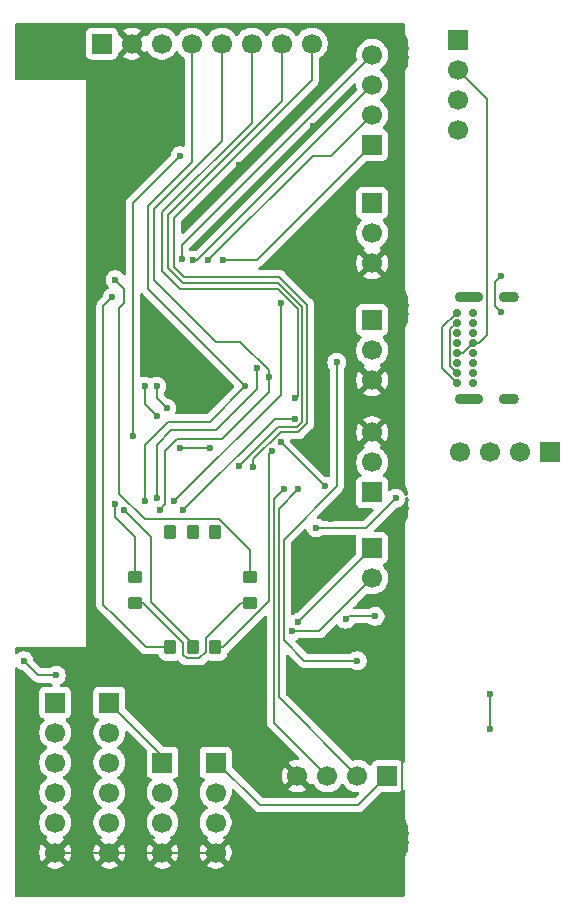
<source format=gbr>
%TF.GenerationSoftware,KiCad,Pcbnew,9.0.4*%
%TF.CreationDate,2025-12-16T11:42:33-05:00*%
%TF.ProjectId,TARS,54415253-2e6b-4696-9361-645f70636258,rev?*%
%TF.SameCoordinates,Original*%
%TF.FileFunction,Copper,L2,Bot*%
%TF.FilePolarity,Positive*%
%FSLAX46Y46*%
G04 Gerber Fmt 4.6, Leading zero omitted, Abs format (unit mm)*
G04 Created by KiCad (PCBNEW 9.0.4) date 2025-12-16 11:42:33*
%MOMM*%
%LPD*%
G01*
G04 APERTURE LIST*
G04 Aperture macros list*
%AMRoundRect*
0 Rectangle with rounded corners*
0 $1 Rounding radius*
0 $2 $3 $4 $5 $6 $7 $8 $9 X,Y pos of 4 corners*
0 Add a 4 corners polygon primitive as box body*
4,1,4,$2,$3,$4,$5,$6,$7,$8,$9,$2,$3,0*
0 Add four circle primitives for the rounded corners*
1,1,$1+$1,$2,$3*
1,1,$1+$1,$4,$5*
1,1,$1+$1,$6,$7*
1,1,$1+$1,$8,$9*
0 Add four rect primitives between the rounded corners*
20,1,$1+$1,$2,$3,$4,$5,0*
20,1,$1+$1,$4,$5,$6,$7,0*
20,1,$1+$1,$6,$7,$8,$9,0*
20,1,$1+$1,$8,$9,$2,$3,0*%
G04 Aperture macros list end*
%TA.AperFunction,ComponentPad*%
%ADD10R,1.700000X1.700000*%
%TD*%
%TA.AperFunction,ComponentPad*%
%ADD11C,1.700000*%
%TD*%
%TA.AperFunction,HeatsinkPad*%
%ADD12C,0.600000*%
%TD*%
%TA.AperFunction,ComponentPad*%
%ADD13C,0.700000*%
%TD*%
%TA.AperFunction,ComponentPad*%
%ADD14O,2.400000X0.900000*%
%TD*%
%TA.AperFunction,ComponentPad*%
%ADD15O,1.700000X0.900000*%
%TD*%
%TA.AperFunction,SMDPad,CuDef*%
%ADD16RoundRect,0.150000X0.475000X-0.350000X0.475000X0.350000X-0.475000X0.350000X-0.475000X-0.350000X0*%
%TD*%
%TA.AperFunction,SMDPad,CuDef*%
%ADD17RoundRect,0.150000X0.350000X0.475000X-0.350000X0.475000X-0.350000X-0.475000X0.350000X-0.475000X0*%
%TD*%
%TA.AperFunction,ViaPad*%
%ADD18C,0.600000*%
%TD*%
%TA.AperFunction,Conductor*%
%ADD19C,0.200000*%
%TD*%
G04 APERTURE END LIST*
D10*
%TO.P,J11,1,Pin_1*%
%TO.N,+5V*%
X160500000Y-121000000D03*
D11*
%TO.P,J11,2,Pin_2*%
%TO.N,WS2812B*%
X160500000Y-118460000D03*
%TO.P,J11,3,Pin_3*%
%TO.N,GND*%
X160500000Y-115920000D03*
%TD*%
D10*
%TO.P,J15,1,Pin_1*%
%TO.N,+5V*%
X138250000Y-138800000D03*
D11*
%TO.P,J15,2,Pin_2*%
%TO.N,MOSI*%
X138250000Y-141340000D03*
%TO.P,J15,3,Pin_3*%
%TO.N,MISO*%
X138250000Y-143880000D03*
%TO.P,J15,4,Pin_4*%
%TO.N,SCK*%
X138250000Y-146420000D03*
%TO.P,J15,5,Pin_5*%
%TO.N,CS2*%
X138250000Y-148960000D03*
%TO.P,J15,6,Pin_6*%
%TO.N,GND*%
X138250000Y-151500000D03*
%TD*%
D10*
%TO.P,J17,1,Pin_1*%
%TO.N,+5V*%
X147250000Y-143880000D03*
D11*
%TO.P,J17,2,Pin_2*%
%TO.N,SDA*%
X147250000Y-146420000D03*
%TO.P,J17,3,Pin_3*%
%TO.N,SCL*%
X147250000Y-148960000D03*
%TO.P,J17,4,Pin_4*%
%TO.N,GND*%
X147250000Y-151500000D03*
%TD*%
D12*
%TO.P,U1,41,GND*%
%TO.N,GND*%
X144760000Y-112995000D03*
X146160000Y-112995000D03*
X144060000Y-112295000D03*
X145460000Y-112295000D03*
X146860000Y-112295000D03*
X144760000Y-111595000D03*
X146160000Y-111595000D03*
X144060000Y-110895000D03*
X145460000Y-110895000D03*
X146860000Y-110895000D03*
X144760000Y-110195000D03*
X146160000Y-110195000D03*
%TD*%
D10*
%TO.P,LS1,1,1*%
%TO.N,Net-(U3-OUTP)*%
X160500000Y-125725000D03*
D11*
%TO.P,LS1,2,2*%
%TO.N,Net-(U3-OUTN)*%
X160500000Y-128265000D03*
%TD*%
D10*
%TO.P,M2,1,PWM*%
%TO.N,SERV2*%
X160500000Y-96500000D03*
D11*
%TO.P,M2,2,+*%
%TO.N,+5V*%
X160500000Y-99040000D03*
%TO.P,M2,3,-*%
%TO.N,GND*%
X160500000Y-101580000D03*
%TD*%
D10*
%TO.P,J13,1,Pin_1*%
%TO.N,+5V*%
X161800000Y-145010000D03*
D11*
%TO.P,J13,2,Pin_2*%
%TO.N,D+*%
X159260000Y-145010000D03*
%TO.P,J13,3,Pin_3*%
%TO.N,D-*%
X156720000Y-145010000D03*
%TO.P,J13,4,Pin_4*%
%TO.N,GND*%
X154180000Y-145010000D03*
%TD*%
D10*
%TO.P,J1,1,Pin_1*%
%TO.N,+3V3*%
X137610000Y-83000000D03*
D11*
%TO.P,J1,2,Pin_2*%
%TO.N,GND*%
X140150000Y-83000000D03*
%TO.P,J1,3,Pin_3*%
%TO.N,unconnected-(J1-Pin_3-Pad3)*%
X142690000Y-83000000D03*
%TO.P,J1,4,Pin_4*%
%TO.N,MOSI*%
X145230000Y-83000000D03*
%TO.P,J1,5,Pin_5*%
%TO.N,SCK*%
X147770000Y-83000000D03*
%TO.P,J1,6,Pin_6*%
%TO.N,CS0*%
X150310000Y-83000000D03*
%TO.P,J1,7,Pin_7*%
%TO.N,D{slash}C*%
X152850000Y-83000000D03*
%TO.P,J1,8,Pin_8*%
%TO.N,RES*%
X155390000Y-83000000D03*
%TD*%
D13*
%TO.P,J3,A1,GND*%
%TO.N,GND*%
X167726000Y-111725000D03*
%TO.P,J3,A4,VBUS*%
%TO.N,+5V*%
X167726000Y-110875000D03*
%TO.P,J3,A5,CC1*%
%TO.N,Net-(J3-CC1)*%
X167726000Y-110025000D03*
%TO.P,J3,A6,D+*%
%TO.N,D+*%
X167726000Y-109175000D03*
%TO.P,J3,A7,D-*%
%TO.N,D-*%
X167726000Y-108325000D03*
%TO.P,J3,A8,SBU1*%
%TO.N,unconnected-(J3-SBU1-PadA8)*%
X167726000Y-107475000D03*
%TO.P,J3,A9,VBUS*%
%TO.N,+5V*%
X167726000Y-106625000D03*
%TO.P,J3,A12,GND*%
%TO.N,GND*%
X167726000Y-105775000D03*
%TO.P,J3,B1,GND*%
X169076000Y-105775000D03*
%TO.P,J3,B4,VBUS*%
%TO.N,+5V*%
X169076000Y-106625000D03*
%TO.P,J3,B5,CC2*%
%TO.N,Net-(J3-CC2)*%
X169076000Y-107475000D03*
%TO.P,J3,B6,D+*%
%TO.N,D+*%
X169076000Y-108325000D03*
%TO.P,J3,B7,D-*%
%TO.N,D-*%
X169076000Y-109175000D03*
%TO.P,J3,B8,SBU2*%
%TO.N,unconnected-(J3-SBU2-PadB8)*%
X169076000Y-110025000D03*
%TO.P,J3,B9,VBUS*%
%TO.N,+5V*%
X169076000Y-110875000D03*
%TO.P,J3,B12,GND*%
%TO.N,GND*%
X169076000Y-111725000D03*
D14*
%TO.P,J3,S1,SHIELD*%
%TO.N,unconnected-(J3-SHIELD-PadS1)*%
X168706000Y-113075000D03*
D15*
%TO.N,unconnected-(J3-SHIELD-PadS1)_3*%
X172086000Y-113075000D03*
D14*
%TO.N,unconnected-(J3-SHIELD-PadS1)_2*%
X168706000Y-104425000D03*
D15*
%TO.N,unconnected-(J3-SHIELD-PadS1)_1*%
X172086000Y-104425000D03*
%TD*%
D10*
%TO.P,J5,1,Pin_1*%
%TO.N,LEDA*%
X175560000Y-117566000D03*
D11*
%TO.P,J5,2,Pin_2*%
%TO.N,LEDB*%
X173020000Y-117566000D03*
%TO.P,J5,3,Pin_3*%
%TO.N,LEDC*%
X170480000Y-117566000D03*
%TO.P,J5,4,Pin_4*%
%TO.N,LEDD*%
X167940000Y-117566000D03*
%TD*%
D10*
%TO.P,M1,1,PWM*%
%TO.N,SERV1*%
X160500000Y-106420000D03*
D11*
%TO.P,M1,2,+*%
%TO.N,+5V*%
X160500000Y-108960000D03*
%TO.P,M1,3,-*%
%TO.N,GND*%
X160500000Y-111500000D03*
%TD*%
D10*
%TO.P,J2,1,Pin_1*%
%TO.N,LEDA*%
X160500000Y-91580000D03*
D11*
%TO.P,J2,2,Pin_2*%
%TO.N,LEDB*%
X160500000Y-89040000D03*
%TO.P,J2,3,Pin_3*%
%TO.N,LEDC*%
X160500000Y-86500000D03*
%TO.P,J2,4,Pin_4*%
%TO.N,LEDD*%
X160500000Y-83960000D03*
%TD*%
D10*
%TO.P,J14,1,Pin_1*%
%TO.N,+5V*%
X133660000Y-138800000D03*
D11*
%TO.P,J14,2,Pin_2*%
%TO.N,MOSI*%
X133660000Y-141340000D03*
%TO.P,J14,3,Pin_3*%
%TO.N,MISO*%
X133660000Y-143880000D03*
%TO.P,J14,4,Pin_4*%
%TO.N,SCK*%
X133660000Y-146420000D03*
%TO.P,J14,5,Pin_5*%
%TO.N,CS1*%
X133660000Y-148960000D03*
%TO.P,J14,6,Pin_6*%
%TO.N,GND*%
X133660000Y-151500000D03*
%TD*%
D10*
%TO.P,J12,1,Pin_1*%
%TO.N,+5V*%
X167751000Y-82670000D03*
D11*
%TO.P,J12,2,Pin_2*%
%TO.N,D+*%
X167751000Y-85210000D03*
%TO.P,J12,3,Pin_3*%
%TO.N,D-*%
X167751000Y-87750000D03*
%TO.P,J12,4,Pin_4*%
%TO.N,GND*%
X167751000Y-90290000D03*
%TD*%
D10*
%TO.P,J16,1,Pin_1*%
%TO.N,+5V*%
X142750000Y-143880000D03*
D11*
%TO.P,J16,2,Pin_2*%
%TO.N,SDA*%
X142750000Y-146420000D03*
%TO.P,J16,3,Pin_3*%
%TO.N,SCL*%
X142750000Y-148960000D03*
%TO.P,J16,4,Pin_4*%
%TO.N,GND*%
X142750000Y-151500000D03*
%TD*%
D16*
%TO.P,SW1,1*%
%TO.N,RIGHT*%
X140450000Y-128150000D03*
%TO.P,SW1,2*%
%TO.N,+3V3*%
X140450000Y-130350000D03*
D17*
%TO.P,SW1,3*%
%TO.N,DOWN*%
X143425000Y-134125000D03*
%TO.P,SW1,4*%
%TO.N,ENTER*%
X145325000Y-134125000D03*
%TO.P,SW1,5*%
%TO.N,LEFT*%
X147225000Y-134125000D03*
D16*
%TO.P,SW1,6*%
%TO.N,+3V3*%
X150200000Y-130350000D03*
%TO.P,SW1,7*%
%TO.N,UP*%
X150200000Y-128150000D03*
D17*
%TO.P,SW1,8*%
%TO.N,+3V3*%
X147225000Y-124375000D03*
%TO.P,SW1,9*%
X145325000Y-124375000D03*
%TO.P,SW1,10*%
X143425000Y-124375000D03*
%TD*%
D18*
%TO.N,GND*%
X138000000Y-94000000D03*
X149250000Y-93250000D03*
X162750000Y-147250000D03*
X153750000Y-136000000D03*
X155500000Y-90000000D03*
X157000000Y-123250000D03*
X156950000Y-127750000D03*
X162750000Y-143000000D03*
X137740000Y-101345000D03*
%TO.N,+3V3*%
X143425000Y-124375000D03*
X145325000Y-124375000D03*
X162500000Y-121500000D03*
X155750000Y-124000000D03*
X158250000Y-131750000D03*
X150200000Y-130350000D03*
X147225000Y-124375000D03*
X131000000Y-135250000D03*
X160750000Y-131500000D03*
X133750000Y-136500000D03*
%TO.N,RESET*%
X140250000Y-116250000D03*
X144250000Y-92500000D03*
%TO.N,LEDA*%
X147900000Y-101345000D03*
%TO.N,LEDB*%
X146630000Y-101345000D03*
%TO.N,LEDC*%
X145360000Y-101345000D03*
X170500000Y-141066000D03*
X170500000Y-138066000D03*
%TO.N,CS0*%
X154000000Y-113000000D03*
%TO.N,RES*%
X150440000Y-118845000D03*
%TO.N,SCK*%
X142500000Y-122500000D03*
X151750000Y-111250000D03*
%TO.N,D{slash}C*%
X149250000Y-118750000D03*
%TO.N,MOSI*%
X141250000Y-121750000D03*
X149750000Y-112000000D03*
%TO.N,UP*%
X138750000Y-103000000D03*
%TO.N,D+*%
X154250000Y-120750000D03*
%TO.N,D-*%
X171426000Y-105700000D03*
X153000000Y-120750000D03*
X171426000Y-102700000D03*
%TO.N,DOWN*%
X138500000Y-104500000D03*
%TO.N,LEFT*%
X152000000Y-117500000D03*
%TO.N,RIGHT*%
X138750000Y-122000000D03*
%TO.N,WS2812B*%
X152750000Y-116750000D03*
X156500000Y-120500000D03*
%TO.N,CS1*%
X143117364Y-113854578D03*
X142250000Y-112000000D03*
%TO.N,MISO*%
X150750000Y-110500000D03*
X142250000Y-121500000D03*
%TO.N,CS2*%
X146750000Y-117250000D03*
X141250000Y-112000000D03*
X144250000Y-117250000D03*
X142250000Y-114500000D03*
%TO.N,SCL*%
X143750000Y-121750000D03*
X152750000Y-105000000D03*
%TO.N,SDA*%
X154000000Y-114750000D03*
X144500000Y-122500000D03*
%TO.N,Net-(U3-OUTP)*%
X154250000Y-132000000D03*
%TO.N,Net-(U3-OUTN)*%
X153750000Y-132750000D03*
%TO.N,DIN*%
X159250000Y-135250000D03*
X157500000Y-110000000D03*
%TO.N,LEDD*%
X144409998Y-101221893D03*
%TO.N,ENTER*%
X139500000Y-122500000D03*
%TD*%
D19*
%TO.N,GND*%
X162750000Y-143000000D02*
X163000000Y-143250000D01*
X147250000Y-151500000D02*
X133660000Y-151500000D01*
X166426000Y-110495654D02*
X166426000Y-107004346D01*
X163000000Y-147000000D02*
X162750000Y-147250000D01*
X167655346Y-105775000D02*
X167726000Y-105775000D01*
X166426000Y-107004346D02*
X167655346Y-105775000D01*
X167655346Y-111725000D02*
X166426000Y-110495654D01*
X167726000Y-111725000D02*
X167655346Y-111725000D01*
X163000000Y-143250000D02*
X163000000Y-147000000D01*
%TO.N,+5V*%
X167655346Y-110875000D02*
X167075000Y-110294654D01*
X167075000Y-107205346D02*
X167655346Y-106625000D01*
X159310000Y-147500000D02*
X161800000Y-145010000D01*
X147380000Y-143880000D02*
X151000000Y-147500000D01*
X167655346Y-106625000D02*
X167726000Y-106625000D01*
X167726000Y-110875000D02*
X167655346Y-110875000D01*
X151000000Y-147500000D02*
X159310000Y-147500000D01*
X147250000Y-143880000D02*
X147380000Y-143880000D01*
X142750000Y-143300000D02*
X138250000Y-138800000D01*
X167075000Y-110294654D02*
X167075000Y-107205346D01*
X142750000Y-143880000D02*
X142750000Y-143300000D01*
%TO.N,+3V3*%
X144524000Y-133757032D02*
X144524000Y-134790968D01*
X133750000Y-136500000D02*
X132250000Y-136500000D01*
X140450000Y-130350000D02*
X141116968Y-130350000D01*
X160000000Y-124000000D02*
X155750000Y-124000000D01*
X162500000Y-121500000D02*
X160000000Y-124000000D01*
X149400000Y-130350000D02*
X150200000Y-130350000D01*
X141116968Y-130350000D02*
X144524000Y-133757032D01*
X132250000Y-136500000D02*
X131000000Y-135250000D01*
X144524000Y-134790968D02*
X144784032Y-135051000D01*
X146424000Y-133326000D02*
X149400000Y-130350000D01*
X146424000Y-134492968D02*
X146424000Y-133326000D01*
X158500000Y-131500000D02*
X158250000Y-131750000D01*
X144784032Y-135051000D02*
X145865968Y-135051000D01*
X145865968Y-135051000D02*
X146424000Y-134492968D01*
X160750000Y-131500000D02*
X158500000Y-131500000D01*
%TO.N,RESET*%
X140250000Y-96500000D02*
X140250000Y-116250000D01*
X144250000Y-92500000D02*
X140250000Y-96500000D01*
%TO.N,LEDA*%
X150735000Y-101345000D02*
X160500000Y-91580000D01*
X147900000Y-101345000D02*
X150735000Y-101345000D01*
%TO.N,LEDB*%
X146630000Y-101345000D02*
X155475000Y-92500000D01*
X157040000Y-92500000D02*
X160500000Y-89040000D01*
X155475000Y-92500000D02*
X157040000Y-92500000D01*
%TO.N,LEDC*%
X145655000Y-101345000D02*
X160500000Y-86500000D01*
X170500000Y-138066000D02*
X170500000Y-141066000D01*
X145360000Y-101345000D02*
X145655000Y-101345000D01*
%TO.N,CS0*%
X152500000Y-103750000D02*
X154200000Y-105450000D01*
X150310000Y-89690000D02*
X142750000Y-97250000D01*
X142750000Y-102250000D02*
X144250000Y-103750000D01*
X144250000Y-103750000D02*
X152500000Y-103750000D01*
X154200000Y-112800000D02*
X154000000Y-113000000D01*
X142750000Y-97250000D02*
X142750000Y-102250000D01*
X154200000Y-105450000D02*
X154200000Y-112800000D01*
X150310000Y-83000000D02*
X150310000Y-89690000D01*
%TO.N,RES*%
X155002000Y-105117800D02*
X152634200Y-102750000D01*
X155002000Y-115165043D02*
X155002000Y-105117800D01*
X154266043Y-115901000D02*
X155002000Y-115165043D01*
X150440000Y-118845000D02*
X150440000Y-118210057D01*
X143750000Y-101932900D02*
X143750000Y-97750000D01*
X152749057Y-115901000D02*
X154266043Y-115901000D01*
X152634200Y-102750000D02*
X144567100Y-102750000D01*
X155390000Y-86110000D02*
X155390000Y-83000000D01*
X144567100Y-102750000D02*
X143750000Y-101932900D01*
X150440000Y-118210057D02*
X152749057Y-115901000D01*
X143750000Y-97750000D02*
X155390000Y-86110000D01*
%TO.N,SCK*%
X144000000Y-116500000D02*
X143000000Y-117500000D01*
X147770000Y-91230000D02*
X142000000Y-97000000D01*
X151750000Y-111250000D02*
X151750000Y-112500000D01*
X143000000Y-117500000D02*
X143000000Y-122000000D01*
X142000000Y-97000000D02*
X142000000Y-103000000D01*
X147770000Y-83000000D02*
X147770000Y-91230000D01*
X142000000Y-103000000D02*
X147250000Y-108250000D01*
X151750000Y-112500000D02*
X147750000Y-116500000D01*
X149349943Y-108250000D02*
X151750000Y-110650057D01*
X151750000Y-110650057D02*
X151750000Y-111250000D01*
X147250000Y-108250000D02*
X149349943Y-108250000D01*
X147750000Y-116500000D02*
X144000000Y-116500000D01*
X143000000Y-122000000D02*
X142500000Y-122500000D01*
%TO.N,D{slash}C*%
X152500000Y-115500000D02*
X149250000Y-118750000D01*
X154601000Y-114998943D02*
X154099943Y-115500000D01*
X154099943Y-115500000D02*
X154000000Y-115500000D01*
X144500000Y-103250000D02*
X152567100Y-103250000D01*
X154000000Y-115500000D02*
X152500000Y-115500000D01*
X143250000Y-102000000D02*
X144500000Y-103250000D01*
X152850000Y-87900000D02*
X143250000Y-97500000D01*
X154601000Y-105283900D02*
X154601000Y-114998943D01*
X143250000Y-97500000D02*
X143250000Y-102000000D01*
X152567100Y-103250000D02*
X154601000Y-105283900D01*
X152850000Y-83000000D02*
X152850000Y-87900000D01*
%TO.N,MOSI*%
X146750000Y-115000000D02*
X149750000Y-112000000D01*
X141500000Y-103750000D02*
X149750000Y-112000000D01*
X141250000Y-121750000D02*
X141250000Y-117000000D01*
X141500000Y-96750000D02*
X141500000Y-103750000D01*
X145230000Y-93020000D02*
X141500000Y-96750000D01*
X145230000Y-83000000D02*
X145230000Y-93020000D01*
X141250000Y-117000000D02*
X143250000Y-115000000D01*
X143250000Y-115000000D02*
X146750000Y-115000000D01*
%TO.N,UP*%
X139500000Y-105000000D02*
X139500000Y-103750000D01*
X139101000Y-121101000D02*
X139101000Y-105399000D01*
X150200000Y-125883032D02*
X147566968Y-123250000D01*
X147566968Y-123250000D02*
X141250000Y-123250000D01*
X150200000Y-128150000D02*
X150200000Y-125883032D01*
X139500000Y-103750000D02*
X138750000Y-103000000D01*
X139101000Y-105399000D02*
X139500000Y-105000000D01*
X141250000Y-123250000D02*
X139101000Y-121101000D01*
%TO.N,D+*%
X167726000Y-109175000D02*
X168155346Y-109175000D01*
X168155346Y-109175000D02*
X169005346Y-108325000D01*
X169076000Y-108325000D02*
X169570974Y-108325000D01*
X159260000Y-145010000D02*
X152599000Y-138349000D01*
X170207000Y-87666000D02*
X167751000Y-85210000D01*
X170207000Y-107688974D02*
X170207000Y-87666000D01*
X169570974Y-108325000D02*
X170207000Y-107688974D01*
X152599000Y-122401000D02*
X154250000Y-120750000D01*
X152599000Y-138349000D02*
X152599000Y-122401000D01*
X169005346Y-108325000D02*
X169076000Y-108325000D01*
%TO.N,D-*%
X152198000Y-140488000D02*
X152198000Y-121552000D01*
X156720000Y-145010000D02*
X152198000Y-140488000D01*
X171426000Y-105700000D02*
X170935000Y-105209000D01*
X170935000Y-105209000D02*
X170935000Y-103191000D01*
X152198000Y-121552000D02*
X153000000Y-120750000D01*
X170935000Y-103191000D02*
X171426000Y-102700000D01*
%TO.N,DOWN*%
X137750000Y-130500000D02*
X137750000Y-128250000D01*
X137750000Y-105250000D02*
X138500000Y-104500000D01*
X141375000Y-134125000D02*
X138750000Y-131500000D01*
X138750000Y-131500000D02*
X137750000Y-130500000D01*
X143425000Y-134125000D02*
X141375000Y-134125000D01*
X137750000Y-128250000D02*
X137750000Y-105250000D01*
%TO.N,LEFT*%
X147891968Y-134125000D02*
X151797000Y-130219968D01*
X151797000Y-117703000D02*
X152000000Y-117500000D01*
X151797000Y-130219968D02*
X151797000Y-117703000D01*
X147225000Y-134125000D02*
X147891968Y-134125000D01*
%TO.N,RIGHT*%
X138750000Y-123100000D02*
X140450000Y-124800000D01*
X140450000Y-124800000D02*
X140450000Y-128150000D01*
X138750000Y-122000000D02*
X138750000Y-123100000D01*
%TO.N,WS2812B*%
X152750000Y-116750000D02*
X156500000Y-120500000D01*
%TO.N,CS1*%
X143117364Y-113854578D02*
X142250000Y-112987214D01*
X142250000Y-112987214D02*
X142250000Y-112000000D01*
%TO.N,MISO*%
X142250000Y-121500000D02*
X142250000Y-117000000D01*
X150750000Y-112250000D02*
X150750000Y-110500000D01*
X147250000Y-115750000D02*
X150750000Y-112250000D01*
X143500000Y-115750000D02*
X147250000Y-115750000D01*
X142250000Y-117000000D02*
X143500000Y-115750000D01*
%TO.N,CS2*%
X144250000Y-117250000D02*
X146750000Y-117250000D01*
X141250000Y-113500000D02*
X142250000Y-114500000D01*
X141250000Y-112000000D02*
X141250000Y-113500000D01*
%TO.N,SCL*%
X152750000Y-112750000D02*
X152750000Y-105000000D01*
X143750000Y-121750000D02*
X152750000Y-112750000D01*
%TO.N,SDA*%
X144500000Y-122500000D02*
X152250000Y-114750000D01*
X152250000Y-114750000D02*
X154000000Y-114750000D01*
%TO.N,Net-(U3-OUTP)*%
X154250000Y-132000000D02*
X160500000Y-125750000D01*
X160500000Y-125750000D02*
X160500000Y-125725000D01*
%TO.N,Net-(U3-OUTN)*%
X156015000Y-132750000D02*
X160500000Y-128265000D01*
X153750000Y-132750000D02*
X156015000Y-132750000D01*
%TO.N,DIN*%
X157500000Y-120500000D02*
X157500000Y-110000000D01*
X154750000Y-135250000D02*
X153000000Y-133500000D01*
X153000000Y-133500000D02*
X153000000Y-125000000D01*
X159250000Y-135250000D02*
X154750000Y-135250000D01*
X153000000Y-125000000D02*
X157500000Y-120500000D01*
%TO.N,LEDD*%
X144409998Y-101221893D02*
X144409998Y-100050002D01*
X144409998Y-100050002D02*
X160500000Y-83960000D01*
%TO.N,ENTER*%
X139500000Y-122500000D02*
X139500000Y-122533550D01*
X141750000Y-124783550D02*
X141750000Y-130250000D01*
X141750000Y-130250000D02*
X145325000Y-133825000D01*
X139500000Y-122533550D02*
X141750000Y-124783550D01*
X145325000Y-133825000D02*
X145325000Y-134125000D01*
%TD*%
%TA.AperFunction,Conductor*%
%TO.N,GND*%
G36*
X163192539Y-81270185D02*
G01*
X163238294Y-81322989D01*
X163249500Y-81374500D01*
X163249500Y-81868097D01*
X163286446Y-82101368D01*
X163359433Y-82325996D01*
X163466657Y-82536433D01*
X163543613Y-82642353D01*
X163567093Y-82708160D01*
X163551268Y-82776214D01*
X163550684Y-82777237D01*
X163533608Y-82806814D01*
X163499500Y-82934108D01*
X163499500Y-83065892D01*
X163533556Y-83192993D01*
X163533609Y-83193188D01*
X163533609Y-83193189D01*
X163602782Y-83313000D01*
X163619255Y-83380900D01*
X163602782Y-83437000D01*
X163533609Y-83556810D01*
X163533609Y-83556811D01*
X163533608Y-83556813D01*
X163533608Y-83556814D01*
X163499500Y-83684108D01*
X163499500Y-83815892D01*
X163521467Y-83897876D01*
X163533609Y-83943188D01*
X163533609Y-83943189D01*
X163602782Y-84063000D01*
X163619255Y-84130900D01*
X163602782Y-84187000D01*
X163533609Y-84306810D01*
X163533609Y-84306811D01*
X163533608Y-84306813D01*
X163533608Y-84306814D01*
X163499500Y-84434108D01*
X163499500Y-84565892D01*
X163526811Y-84667820D01*
X163533609Y-84693188D01*
X163533609Y-84693189D01*
X163550682Y-84722760D01*
X163567155Y-84790660D01*
X163544302Y-84856687D01*
X163543613Y-84857645D01*
X163466659Y-84963563D01*
X163359433Y-85174003D01*
X163286446Y-85398631D01*
X163249500Y-85631902D01*
X163249500Y-103618097D01*
X163286446Y-103851368D01*
X163359433Y-104075996D01*
X163466657Y-104286433D01*
X163543613Y-104392353D01*
X163567093Y-104458160D01*
X163551268Y-104526214D01*
X163550684Y-104527237D01*
X163533608Y-104556814D01*
X163499500Y-104684108D01*
X163499500Y-104815892D01*
X163527705Y-104921157D01*
X163533609Y-104943188D01*
X163533609Y-104943189D01*
X163602782Y-105063000D01*
X163619255Y-105130900D01*
X163602782Y-105187000D01*
X163533609Y-105306810D01*
X163533609Y-105306811D01*
X163533608Y-105306813D01*
X163533608Y-105306814D01*
X163499500Y-105434108D01*
X163499500Y-105565892D01*
X163530626Y-105682058D01*
X163533609Y-105693188D01*
X163533609Y-105693189D01*
X163602782Y-105813000D01*
X163619255Y-105880900D01*
X163602782Y-105937000D01*
X163533609Y-106056810D01*
X163533609Y-106056811D01*
X163533608Y-106056813D01*
X163533608Y-106056814D01*
X163499500Y-106184108D01*
X163499500Y-106315892D01*
X163510108Y-106355483D01*
X163533609Y-106443188D01*
X163533609Y-106443189D01*
X163550682Y-106472760D01*
X163567155Y-106540660D01*
X163544302Y-106606687D01*
X163543613Y-106607645D01*
X163466659Y-106713563D01*
X163359433Y-106924003D01*
X163286446Y-107148631D01*
X163249500Y-107381902D01*
X163249500Y-120118097D01*
X163286446Y-120351368D01*
X163359433Y-120575996D01*
X163439685Y-120733497D01*
X163466657Y-120786433D01*
X163526439Y-120868716D01*
X163543613Y-120892353D01*
X163567093Y-120958160D01*
X163562340Y-120999941D01*
X163558155Y-121014296D01*
X163533608Y-121056814D01*
X163499500Y-121184108D01*
X163499500Y-121215512D01*
X163494545Y-121232511D01*
X163484871Y-121247628D01*
X163479815Y-121264848D01*
X163466432Y-121276443D01*
X163456886Y-121291363D01*
X163440573Y-121298851D01*
X163427011Y-121310603D01*
X163409482Y-121313123D01*
X163393387Y-121320512D01*
X163375617Y-121317992D01*
X163357853Y-121320547D01*
X163341743Y-121313190D01*
X163324209Y-121310704D01*
X163310622Y-121298977D01*
X163294297Y-121291522D01*
X163281627Y-121273951D01*
X163271316Y-121265052D01*
X163268608Y-121255896D01*
X163260939Y-121245261D01*
X163209397Y-121120827D01*
X163209390Y-121120814D01*
X163121789Y-120989711D01*
X163121786Y-120989707D01*
X163010292Y-120878213D01*
X163010288Y-120878210D01*
X162879185Y-120790609D01*
X162879172Y-120790602D01*
X162733501Y-120730264D01*
X162733489Y-120730261D01*
X162578845Y-120699500D01*
X162578842Y-120699500D01*
X162421158Y-120699500D01*
X162421155Y-120699500D01*
X162266510Y-120730261D01*
X162266498Y-120730264D01*
X162120827Y-120790602D01*
X162120814Y-120790609D01*
X162043390Y-120842343D01*
X161976712Y-120863221D01*
X161909332Y-120844736D01*
X161862642Y-120792757D01*
X161850499Y-120739241D01*
X161850499Y-120102129D01*
X161850498Y-120102123D01*
X161850497Y-120102116D01*
X161844091Y-120042517D01*
X161843379Y-120040609D01*
X161793797Y-119907671D01*
X161793793Y-119907664D01*
X161707547Y-119792455D01*
X161707544Y-119792452D01*
X161592335Y-119706206D01*
X161592328Y-119706202D01*
X161460917Y-119657189D01*
X161404983Y-119615318D01*
X161380566Y-119549853D01*
X161395418Y-119481580D01*
X161416563Y-119453332D01*
X161530104Y-119339792D01*
X161538427Y-119328337D01*
X161655048Y-119167820D01*
X161655047Y-119167820D01*
X161655051Y-119167816D01*
X161751557Y-118978412D01*
X161817246Y-118776243D01*
X161850500Y-118566287D01*
X161850500Y-118353713D01*
X161817246Y-118143757D01*
X161751557Y-117941588D01*
X161655051Y-117752184D01*
X161655049Y-117752181D01*
X161655048Y-117752179D01*
X161530109Y-117580213D01*
X161379786Y-117429890D01*
X161207817Y-117304949D01*
X161198504Y-117300204D01*
X161147707Y-117252230D01*
X161130912Y-117184409D01*
X161153449Y-117118274D01*
X161198507Y-117079232D01*
X161207555Y-117074622D01*
X161261716Y-117035270D01*
X161261717Y-117035270D01*
X160629408Y-116402962D01*
X160692993Y-116385925D01*
X160807007Y-116320099D01*
X160900099Y-116227007D01*
X160965925Y-116112993D01*
X160982962Y-116049409D01*
X161615270Y-116681717D01*
X161615270Y-116681716D01*
X161654622Y-116627554D01*
X161751095Y-116438217D01*
X161816757Y-116236130D01*
X161816757Y-116236127D01*
X161850000Y-116026246D01*
X161850000Y-115813753D01*
X161816757Y-115603872D01*
X161816757Y-115603869D01*
X161751095Y-115401782D01*
X161654624Y-115212449D01*
X161615270Y-115158282D01*
X161615269Y-115158282D01*
X160982962Y-115790590D01*
X160965925Y-115727007D01*
X160900099Y-115612993D01*
X160807007Y-115519901D01*
X160692993Y-115454075D01*
X160629409Y-115437037D01*
X161261716Y-114804728D01*
X161207550Y-114765375D01*
X161018217Y-114668904D01*
X160816129Y-114603242D01*
X160606246Y-114570000D01*
X160393754Y-114570000D01*
X160183872Y-114603242D01*
X160183869Y-114603242D01*
X159981782Y-114668904D01*
X159792439Y-114765380D01*
X159738282Y-114804727D01*
X159738282Y-114804728D01*
X160370591Y-115437037D01*
X160307007Y-115454075D01*
X160192993Y-115519901D01*
X160099901Y-115612993D01*
X160034075Y-115727007D01*
X160017037Y-115790591D01*
X159384728Y-115158282D01*
X159384727Y-115158282D01*
X159345380Y-115212439D01*
X159248904Y-115401782D01*
X159183242Y-115603869D01*
X159183242Y-115603872D01*
X159150000Y-115813753D01*
X159150000Y-116026246D01*
X159183242Y-116236127D01*
X159183242Y-116236130D01*
X159248904Y-116438217D01*
X159345375Y-116627550D01*
X159384728Y-116681716D01*
X160017037Y-116049408D01*
X160034075Y-116112993D01*
X160099901Y-116227007D01*
X160192993Y-116320099D01*
X160307007Y-116385925D01*
X160370590Y-116402962D01*
X159738282Y-117035269D01*
X159738282Y-117035270D01*
X159792452Y-117074626D01*
X159792451Y-117074626D01*
X159801495Y-117079234D01*
X159852292Y-117127208D01*
X159869087Y-117195029D01*
X159846550Y-117261164D01*
X159801499Y-117300202D01*
X159792182Y-117304949D01*
X159620213Y-117429890D01*
X159469890Y-117580213D01*
X159344951Y-117752179D01*
X159248444Y-117941585D01*
X159182753Y-118143760D01*
X159149500Y-118353713D01*
X159149500Y-118566286D01*
X159182753Y-118776239D01*
X159248444Y-118978414D01*
X159344951Y-119167820D01*
X159469890Y-119339786D01*
X159583430Y-119453326D01*
X159616915Y-119514649D01*
X159611931Y-119584341D01*
X159570059Y-119640274D01*
X159539083Y-119657189D01*
X159407669Y-119706203D01*
X159407664Y-119706206D01*
X159292455Y-119792452D01*
X159292452Y-119792455D01*
X159206206Y-119907664D01*
X159206202Y-119907671D01*
X159155908Y-120042517D01*
X159149501Y-120102116D01*
X159149501Y-120102123D01*
X159149500Y-120102135D01*
X159149500Y-121897870D01*
X159149501Y-121897876D01*
X159155908Y-121957483D01*
X159206202Y-122092328D01*
X159206206Y-122092335D01*
X159292452Y-122207544D01*
X159292455Y-122207547D01*
X159407664Y-122293793D01*
X159407671Y-122293797D01*
X159542517Y-122344091D01*
X159542516Y-122344091D01*
X159549444Y-122344835D01*
X159602127Y-122350500D01*
X160500902Y-122350499D01*
X160567941Y-122370183D01*
X160613696Y-122422987D01*
X160623640Y-122492146D01*
X160594615Y-122555702D01*
X160588583Y-122562180D01*
X159787584Y-123363181D01*
X159726261Y-123396666D01*
X159699903Y-123399500D01*
X156329766Y-123399500D01*
X156262727Y-123379815D01*
X156260875Y-123378602D01*
X156129185Y-123290609D01*
X156129172Y-123290602D01*
X155983501Y-123230264D01*
X155983489Y-123230261D01*
X155906979Y-123215042D01*
X155845068Y-123182657D01*
X155810494Y-123121941D01*
X155814233Y-123052172D01*
X155843487Y-123005746D01*
X157858506Y-120990728D01*
X157858511Y-120990724D01*
X157868714Y-120980520D01*
X157868716Y-120980520D01*
X157980520Y-120868716D01*
X158049349Y-120749500D01*
X158059577Y-120731785D01*
X158100501Y-120579057D01*
X158100501Y-120420943D01*
X158100501Y-120413348D01*
X158100500Y-120413330D01*
X158100500Y-110579765D01*
X158120185Y-110512726D01*
X158121398Y-110510874D01*
X158209390Y-110379185D01*
X158209390Y-110379184D01*
X158209394Y-110379179D01*
X158269737Y-110233497D01*
X158300500Y-110078842D01*
X158300500Y-109921158D01*
X158300500Y-109921155D01*
X158300499Y-109921153D01*
X158269738Y-109766510D01*
X158269737Y-109766503D01*
X158269735Y-109766498D01*
X158209397Y-109620827D01*
X158209390Y-109620814D01*
X158121789Y-109489711D01*
X158121786Y-109489707D01*
X158010292Y-109378213D01*
X158010288Y-109378210D01*
X157879185Y-109290609D01*
X157879172Y-109290602D01*
X157733501Y-109230264D01*
X157733489Y-109230261D01*
X157578845Y-109199500D01*
X157578842Y-109199500D01*
X157421158Y-109199500D01*
X157421155Y-109199500D01*
X157266510Y-109230261D01*
X157266498Y-109230264D01*
X157120827Y-109290602D01*
X157120814Y-109290609D01*
X156989711Y-109378210D01*
X156989707Y-109378213D01*
X156878213Y-109489707D01*
X156878210Y-109489711D01*
X156790609Y-109620814D01*
X156790602Y-109620827D01*
X156730264Y-109766498D01*
X156730261Y-109766510D01*
X156699500Y-109921153D01*
X156699500Y-110078846D01*
X156730261Y-110233489D01*
X156730264Y-110233501D01*
X156790602Y-110379172D01*
X156790609Y-110379185D01*
X156878602Y-110510874D01*
X156899480Y-110577551D01*
X156899500Y-110579765D01*
X156899500Y-119613444D01*
X156879815Y-119680483D01*
X156827011Y-119726238D01*
X156757853Y-119736182D01*
X156750462Y-119734890D01*
X156738925Y-119732511D01*
X156733497Y-119730263D01*
X156578842Y-119699500D01*
X156578807Y-119699500D01*
X156577303Y-119699190D01*
X156546835Y-119682981D01*
X156516238Y-119666976D01*
X156515633Y-119666381D01*
X156515619Y-119666374D01*
X156515611Y-119666359D01*
X156514660Y-119665425D01*
X153584574Y-116735339D01*
X153551089Y-116674016D01*
X153550637Y-116671847D01*
X153546230Y-116649689D01*
X153552459Y-116580097D01*
X153595323Y-116524921D01*
X153661214Y-116501678D01*
X153667848Y-116501500D01*
X154179374Y-116501500D01*
X154179390Y-116501501D01*
X154186986Y-116501501D01*
X154345097Y-116501501D01*
X154345100Y-116501501D01*
X154497828Y-116460577D01*
X154547947Y-116431639D01*
X154634759Y-116381520D01*
X154746563Y-116269716D01*
X154746563Y-116269714D01*
X154756771Y-116259507D01*
X154756773Y-116259504D01*
X155360506Y-115655771D01*
X155360511Y-115655767D01*
X155370714Y-115645563D01*
X155370716Y-115645563D01*
X155482520Y-115533759D01*
X155561577Y-115396827D01*
X155595699Y-115269481D01*
X155602500Y-115244101D01*
X155602500Y-115085986D01*
X155602500Y-105522135D01*
X159149500Y-105522135D01*
X159149500Y-107317870D01*
X159149501Y-107317876D01*
X159155908Y-107377483D01*
X159206202Y-107512328D01*
X159206206Y-107512335D01*
X159292452Y-107627544D01*
X159292455Y-107627547D01*
X159407664Y-107713793D01*
X159407671Y-107713797D01*
X159539082Y-107762810D01*
X159595016Y-107804681D01*
X159619433Y-107870145D01*
X159604582Y-107938418D01*
X159583431Y-107966673D01*
X159469889Y-108080215D01*
X159344951Y-108252179D01*
X159248444Y-108441585D01*
X159182753Y-108643760D01*
X159149500Y-108853713D01*
X159149500Y-109066286D01*
X159175471Y-109230264D01*
X159182754Y-109276243D01*
X159215886Y-109378213D01*
X159248444Y-109478414D01*
X159344951Y-109667820D01*
X159469890Y-109839786D01*
X159620213Y-109990109D01*
X159792179Y-110115048D01*
X159792181Y-110115049D01*
X159792184Y-110115051D01*
X159801493Y-110119794D01*
X159852290Y-110167766D01*
X159869087Y-110235587D01*
X159846552Y-110301722D01*
X159801505Y-110340760D01*
X159792446Y-110345376D01*
X159792440Y-110345380D01*
X159738282Y-110384727D01*
X159738282Y-110384728D01*
X160370591Y-111017037D01*
X160307007Y-111034075D01*
X160192993Y-111099901D01*
X160099901Y-111192993D01*
X160034075Y-111307007D01*
X160017037Y-111370591D01*
X159384728Y-110738282D01*
X159384727Y-110738282D01*
X159345380Y-110792439D01*
X159248904Y-110981782D01*
X159183242Y-111183869D01*
X159183242Y-111183872D01*
X159150000Y-111393753D01*
X159150000Y-111606246D01*
X159183242Y-111816127D01*
X159183242Y-111816130D01*
X159248904Y-112018217D01*
X159345375Y-112207550D01*
X159384728Y-112261716D01*
X160017037Y-111629408D01*
X160034075Y-111692993D01*
X160099901Y-111807007D01*
X160192993Y-111900099D01*
X160307007Y-111965925D01*
X160370590Y-111982962D01*
X159738282Y-112615269D01*
X159738282Y-112615270D01*
X159792449Y-112654624D01*
X159981782Y-112751095D01*
X160183870Y-112816757D01*
X160393754Y-112850000D01*
X160606246Y-112850000D01*
X160816127Y-112816757D01*
X160816130Y-112816757D01*
X161018217Y-112751095D01*
X161207554Y-112654622D01*
X161261716Y-112615270D01*
X161261717Y-112615270D01*
X160629408Y-111982962D01*
X160692993Y-111965925D01*
X160807007Y-111900099D01*
X160900099Y-111807007D01*
X160965925Y-111692993D01*
X160982962Y-111629409D01*
X161615270Y-112261717D01*
X161615270Y-112261716D01*
X161654622Y-112207554D01*
X161751095Y-112018217D01*
X161816757Y-111816130D01*
X161816757Y-111816127D01*
X161850000Y-111606246D01*
X161850000Y-111393753D01*
X161816757Y-111183872D01*
X161816757Y-111183869D01*
X161751095Y-110981782D01*
X161654624Y-110792449D01*
X161615270Y-110738282D01*
X161615269Y-110738282D01*
X160982962Y-111370590D01*
X160965925Y-111307007D01*
X160900099Y-111192993D01*
X160807007Y-111099901D01*
X160692993Y-111034075D01*
X160629409Y-111017037D01*
X161261716Y-110384728D01*
X161207547Y-110345373D01*
X161207547Y-110345372D01*
X161198500Y-110340763D01*
X161147706Y-110292788D01*
X161130912Y-110224966D01*
X161153451Y-110158832D01*
X161198508Y-110119793D01*
X161207816Y-110115051D01*
X161333554Y-110023698D01*
X161379786Y-109990109D01*
X161379788Y-109990106D01*
X161379792Y-109990104D01*
X161530104Y-109839792D01*
X161530106Y-109839788D01*
X161530109Y-109839786D01*
X161655048Y-109667820D01*
X161655047Y-109667820D01*
X161655051Y-109667816D01*
X161751557Y-109478412D01*
X161817246Y-109276243D01*
X161850500Y-109066287D01*
X161850500Y-108853713D01*
X161817246Y-108643757D01*
X161751557Y-108441588D01*
X161655051Y-108252184D01*
X161655049Y-108252181D01*
X161655048Y-108252179D01*
X161530109Y-108080213D01*
X161416569Y-107966673D01*
X161383084Y-107905350D01*
X161388068Y-107835658D01*
X161429940Y-107779725D01*
X161460915Y-107762810D01*
X161592331Y-107713796D01*
X161707546Y-107627546D01*
X161793796Y-107512331D01*
X161844091Y-107377483D01*
X161850500Y-107317873D01*
X161850499Y-105522128D01*
X161844091Y-105462517D01*
X161813010Y-105379185D01*
X161793797Y-105327671D01*
X161793793Y-105327664D01*
X161707547Y-105212455D01*
X161707544Y-105212452D01*
X161592335Y-105126206D01*
X161592328Y-105126202D01*
X161457482Y-105075908D01*
X161457483Y-105075908D01*
X161397883Y-105069501D01*
X161397881Y-105069500D01*
X161397873Y-105069500D01*
X161397864Y-105069500D01*
X159602129Y-105069500D01*
X159602123Y-105069501D01*
X159542516Y-105075908D01*
X159407671Y-105126202D01*
X159407664Y-105126206D01*
X159292455Y-105212452D01*
X159292452Y-105212455D01*
X159206206Y-105327664D01*
X159206202Y-105327671D01*
X159155908Y-105462517D01*
X159150710Y-105510874D01*
X159149501Y-105522123D01*
X159149500Y-105522135D01*
X155602500Y-105522135D01*
X155602500Y-105206859D01*
X155602501Y-105206846D01*
X155602501Y-105038745D01*
X155602501Y-105038743D01*
X155561577Y-104886015D01*
X155516608Y-104808127D01*
X155499564Y-104778605D01*
X155482521Y-104749085D01*
X155366385Y-104632949D01*
X155366374Y-104632939D01*
X153121790Y-102388355D01*
X153121788Y-102388352D01*
X153002917Y-102269481D01*
X153002916Y-102269480D01*
X152916104Y-102219360D01*
X152916104Y-102219359D01*
X152916100Y-102219358D01*
X152865985Y-102190423D01*
X152713257Y-102149499D01*
X152555143Y-102149499D01*
X152547547Y-102149499D01*
X152547531Y-102149500D01*
X150994593Y-102149500D01*
X150927554Y-102129815D01*
X150881799Y-102077011D01*
X150871855Y-102007853D01*
X150900880Y-101944297D01*
X150938400Y-101914963D01*
X150949963Y-101909084D01*
X150966785Y-101904577D01*
X151022529Y-101872393D01*
X151103716Y-101825520D01*
X151215520Y-101713716D01*
X151215520Y-101713714D01*
X151225724Y-101703511D01*
X151225728Y-101703506D01*
X157327099Y-95602135D01*
X159149500Y-95602135D01*
X159149500Y-97397870D01*
X159149501Y-97397876D01*
X159155908Y-97457483D01*
X159206202Y-97592328D01*
X159206206Y-97592335D01*
X159292452Y-97707544D01*
X159292455Y-97707547D01*
X159407664Y-97793793D01*
X159407671Y-97793797D01*
X159539082Y-97842810D01*
X159595016Y-97884681D01*
X159619433Y-97950145D01*
X159604582Y-98018418D01*
X159583431Y-98046673D01*
X159469889Y-98160215D01*
X159344951Y-98332179D01*
X159248444Y-98521585D01*
X159182753Y-98723760D01*
X159149500Y-98933713D01*
X159149500Y-99146286D01*
X159182753Y-99356239D01*
X159248444Y-99558414D01*
X159344951Y-99747820D01*
X159469890Y-99919786D01*
X159620213Y-100070109D01*
X159792179Y-100195048D01*
X159792181Y-100195049D01*
X159792184Y-100195051D01*
X159801493Y-100199794D01*
X159852290Y-100247766D01*
X159869087Y-100315587D01*
X159846552Y-100381722D01*
X159801505Y-100420760D01*
X159792446Y-100425376D01*
X159792440Y-100425380D01*
X159738282Y-100464727D01*
X159738282Y-100464728D01*
X160370591Y-101097037D01*
X160307007Y-101114075D01*
X160192993Y-101179901D01*
X160099901Y-101272993D01*
X160034075Y-101387007D01*
X160017037Y-101450591D01*
X159384728Y-100818282D01*
X159384727Y-100818282D01*
X159345380Y-100872439D01*
X159248904Y-101061782D01*
X159183242Y-101263869D01*
X159183242Y-101263872D01*
X159150000Y-101473753D01*
X159150000Y-101686246D01*
X159183242Y-101896127D01*
X159183242Y-101896130D01*
X159248904Y-102098217D01*
X159345375Y-102287550D01*
X159384728Y-102341716D01*
X160017037Y-101709408D01*
X160034075Y-101772993D01*
X160099901Y-101887007D01*
X160192993Y-101980099D01*
X160307007Y-102045925D01*
X160370590Y-102062962D01*
X159738282Y-102695269D01*
X159738282Y-102695270D01*
X159792449Y-102734624D01*
X159981782Y-102831095D01*
X160183870Y-102896757D01*
X160393754Y-102930000D01*
X160606246Y-102930000D01*
X160816127Y-102896757D01*
X160816130Y-102896757D01*
X161018217Y-102831095D01*
X161207554Y-102734622D01*
X161261716Y-102695270D01*
X161261717Y-102695270D01*
X160629408Y-102062962D01*
X160692993Y-102045925D01*
X160807007Y-101980099D01*
X160900099Y-101887007D01*
X160965925Y-101772993D01*
X160982962Y-101709409D01*
X161615270Y-102341717D01*
X161615270Y-102341716D01*
X161654622Y-102287554D01*
X161751095Y-102098217D01*
X161816757Y-101896130D01*
X161816757Y-101896127D01*
X161850000Y-101686246D01*
X161850000Y-101473753D01*
X161816757Y-101263872D01*
X161816757Y-101263869D01*
X161751095Y-101061782D01*
X161654624Y-100872449D01*
X161615270Y-100818282D01*
X161615269Y-100818282D01*
X160982962Y-101450590D01*
X160965925Y-101387007D01*
X160900099Y-101272993D01*
X160807007Y-101179901D01*
X160692993Y-101114075D01*
X160629409Y-101097037D01*
X161261716Y-100464728D01*
X161207547Y-100425373D01*
X161207547Y-100425372D01*
X161198500Y-100420763D01*
X161147706Y-100372788D01*
X161130912Y-100304966D01*
X161153451Y-100238832D01*
X161198508Y-100199793D01*
X161207816Y-100195051D01*
X161287007Y-100137515D01*
X161379786Y-100070109D01*
X161379788Y-100070106D01*
X161379792Y-100070104D01*
X161530104Y-99919792D01*
X161530106Y-99919788D01*
X161530109Y-99919786D01*
X161655048Y-99747820D01*
X161655047Y-99747820D01*
X161655051Y-99747816D01*
X161751557Y-99558412D01*
X161817246Y-99356243D01*
X161850500Y-99146287D01*
X161850500Y-98933713D01*
X161817246Y-98723757D01*
X161751557Y-98521588D01*
X161655051Y-98332184D01*
X161655049Y-98332181D01*
X161655048Y-98332179D01*
X161530109Y-98160213D01*
X161416569Y-98046673D01*
X161383084Y-97985350D01*
X161388068Y-97915658D01*
X161429940Y-97859725D01*
X161460915Y-97842810D01*
X161592331Y-97793796D01*
X161707546Y-97707546D01*
X161793796Y-97592331D01*
X161844091Y-97457483D01*
X161850500Y-97397873D01*
X161850499Y-95602128D01*
X161844091Y-95542517D01*
X161793796Y-95407669D01*
X161793795Y-95407668D01*
X161793793Y-95407664D01*
X161707547Y-95292455D01*
X161707544Y-95292452D01*
X161592335Y-95206206D01*
X161592328Y-95206202D01*
X161457482Y-95155908D01*
X161457483Y-95155908D01*
X161397883Y-95149501D01*
X161397881Y-95149500D01*
X161397873Y-95149500D01*
X161397864Y-95149500D01*
X159602129Y-95149500D01*
X159602123Y-95149501D01*
X159542516Y-95155908D01*
X159407671Y-95206202D01*
X159407664Y-95206206D01*
X159292455Y-95292452D01*
X159292452Y-95292455D01*
X159206206Y-95407664D01*
X159206202Y-95407671D01*
X159155908Y-95542517D01*
X159149501Y-95602116D01*
X159149501Y-95602123D01*
X159149500Y-95602135D01*
X157327099Y-95602135D01*
X159962416Y-92966818D01*
X160023739Y-92933333D01*
X160050097Y-92930499D01*
X161397871Y-92930499D01*
X161397872Y-92930499D01*
X161457483Y-92924091D01*
X161592331Y-92873796D01*
X161707546Y-92787546D01*
X161793796Y-92672331D01*
X161844091Y-92537483D01*
X161850500Y-92477873D01*
X161850499Y-90682128D01*
X161844091Y-90622517D01*
X161794571Y-90489748D01*
X161793797Y-90487671D01*
X161793793Y-90487664D01*
X161707547Y-90372455D01*
X161707544Y-90372452D01*
X161592335Y-90286206D01*
X161592328Y-90286202D01*
X161460917Y-90237189D01*
X161404983Y-90195318D01*
X161380566Y-90129853D01*
X161395418Y-90061580D01*
X161416563Y-90033332D01*
X161530104Y-89919792D01*
X161655051Y-89747816D01*
X161751557Y-89558412D01*
X161817246Y-89356243D01*
X161850500Y-89146287D01*
X161850500Y-88933713D01*
X161817246Y-88723757D01*
X161751557Y-88521588D01*
X161655051Y-88332184D01*
X161655049Y-88332181D01*
X161655048Y-88332179D01*
X161530109Y-88160213D01*
X161379786Y-88009890D01*
X161207820Y-87884951D01*
X161207115Y-87884591D01*
X161199054Y-87880485D01*
X161148259Y-87832512D01*
X161131463Y-87764692D01*
X161153999Y-87698556D01*
X161199054Y-87659515D01*
X161207816Y-87655051D01*
X161229789Y-87639086D01*
X161379786Y-87530109D01*
X161379788Y-87530106D01*
X161379792Y-87530104D01*
X161530104Y-87379792D01*
X161530106Y-87379788D01*
X161530109Y-87379786D01*
X161655048Y-87207820D01*
X161655047Y-87207820D01*
X161655051Y-87207816D01*
X161751557Y-87018412D01*
X161817246Y-86816243D01*
X161850500Y-86606287D01*
X161850500Y-86393713D01*
X161817246Y-86183757D01*
X161751557Y-85981588D01*
X161655051Y-85792184D01*
X161655049Y-85792181D01*
X161655048Y-85792179D01*
X161530109Y-85620213D01*
X161379786Y-85469890D01*
X161207820Y-85344951D01*
X161207115Y-85344591D01*
X161199054Y-85340485D01*
X161148259Y-85292512D01*
X161131463Y-85224692D01*
X161153999Y-85158556D01*
X161199054Y-85119515D01*
X161207816Y-85115051D01*
X161229789Y-85099086D01*
X161379786Y-84990109D01*
X161379788Y-84990106D01*
X161379792Y-84990104D01*
X161530104Y-84839792D01*
X161530106Y-84839788D01*
X161530109Y-84839786D01*
X161655048Y-84667820D01*
X161655047Y-84667820D01*
X161655051Y-84667816D01*
X161751557Y-84478412D01*
X161817246Y-84276243D01*
X161850500Y-84066287D01*
X161850500Y-83853713D01*
X161817246Y-83643757D01*
X161751557Y-83441588D01*
X161655051Y-83252184D01*
X161655049Y-83252181D01*
X161655048Y-83252179D01*
X161530109Y-83080213D01*
X161379786Y-82929890D01*
X161207820Y-82804951D01*
X161018414Y-82708444D01*
X161018413Y-82708443D01*
X161018412Y-82708443D01*
X160816243Y-82642754D01*
X160816241Y-82642753D01*
X160816240Y-82642753D01*
X160654957Y-82617208D01*
X160606287Y-82609500D01*
X160393713Y-82609500D01*
X160345042Y-82617208D01*
X160183760Y-82642753D01*
X159981585Y-82708444D01*
X159792179Y-82804951D01*
X159620213Y-82929890D01*
X159469890Y-83080213D01*
X159344951Y-83252179D01*
X159248444Y-83441585D01*
X159182753Y-83643760D01*
X159149500Y-83853713D01*
X159149500Y-84066286D01*
X159182754Y-84276244D01*
X159182754Y-84276247D01*
X159196491Y-84318523D01*
X159198486Y-84388364D01*
X159166241Y-84444522D01*
X144562181Y-99048583D01*
X144500858Y-99082068D01*
X144431166Y-99077084D01*
X144375233Y-99035212D01*
X144350816Y-98969748D01*
X144350500Y-98960902D01*
X144350500Y-98050096D01*
X144370185Y-97983057D01*
X144386814Y-97962420D01*
X155758713Y-86590521D01*
X155758716Y-86590520D01*
X155870520Y-86478716D01*
X155920639Y-86391904D01*
X155949577Y-86341785D01*
X155990501Y-86189057D01*
X155990501Y-86030943D01*
X155990501Y-86023348D01*
X155990500Y-86023330D01*
X155990500Y-84285718D01*
X156010185Y-84218679D01*
X156058207Y-84175233D01*
X156097815Y-84155052D01*
X156097815Y-84155051D01*
X156097816Y-84155051D01*
X156219990Y-84066287D01*
X156269786Y-84030109D01*
X156269788Y-84030106D01*
X156269792Y-84030104D01*
X156420104Y-83879792D01*
X156420106Y-83879788D01*
X156420109Y-83879786D01*
X156545048Y-83707820D01*
X156545050Y-83707817D01*
X156545051Y-83707816D01*
X156641557Y-83518412D01*
X156707246Y-83316243D01*
X156740500Y-83106287D01*
X156740500Y-82893713D01*
X156707246Y-82683757D01*
X156641557Y-82481588D01*
X156545051Y-82292184D01*
X156545049Y-82292181D01*
X156545048Y-82292179D01*
X156420109Y-82120213D01*
X156269786Y-81969890D01*
X156097820Y-81844951D01*
X155908414Y-81748444D01*
X155908413Y-81748443D01*
X155908412Y-81748443D01*
X155706243Y-81682754D01*
X155706241Y-81682753D01*
X155706240Y-81682753D01*
X155544957Y-81657208D01*
X155496287Y-81649500D01*
X155283713Y-81649500D01*
X155235042Y-81657208D01*
X155073760Y-81682753D01*
X154871585Y-81748444D01*
X154682179Y-81844951D01*
X154510213Y-81969890D01*
X154359890Y-82120213D01*
X154234949Y-82292182D01*
X154230484Y-82300946D01*
X154182509Y-82351742D01*
X154114688Y-82368536D01*
X154048553Y-82345998D01*
X154009516Y-82300946D01*
X154005050Y-82292182D01*
X153880109Y-82120213D01*
X153729786Y-81969890D01*
X153557820Y-81844951D01*
X153368414Y-81748444D01*
X153368413Y-81748443D01*
X153368412Y-81748443D01*
X153166243Y-81682754D01*
X153166241Y-81682753D01*
X153166240Y-81682753D01*
X153004957Y-81657208D01*
X152956287Y-81649500D01*
X152743713Y-81649500D01*
X152695042Y-81657208D01*
X152533760Y-81682753D01*
X152331585Y-81748444D01*
X152142179Y-81844951D01*
X151970213Y-81969890D01*
X151819890Y-82120213D01*
X151694949Y-82292182D01*
X151690484Y-82300946D01*
X151642509Y-82351742D01*
X151574688Y-82368536D01*
X151508553Y-82345998D01*
X151469516Y-82300946D01*
X151465050Y-82292182D01*
X151340109Y-82120213D01*
X151189786Y-81969890D01*
X151017820Y-81844951D01*
X150828414Y-81748444D01*
X150828413Y-81748443D01*
X150828412Y-81748443D01*
X150626243Y-81682754D01*
X150626241Y-81682753D01*
X150626240Y-81682753D01*
X150464957Y-81657208D01*
X150416287Y-81649500D01*
X150203713Y-81649500D01*
X150155042Y-81657208D01*
X149993760Y-81682753D01*
X149791585Y-81748444D01*
X149602179Y-81844951D01*
X149430213Y-81969890D01*
X149279890Y-82120213D01*
X149154949Y-82292182D01*
X149150484Y-82300946D01*
X149102509Y-82351742D01*
X149034688Y-82368536D01*
X148968553Y-82345998D01*
X148929516Y-82300946D01*
X148925050Y-82292182D01*
X148800109Y-82120213D01*
X148649786Y-81969890D01*
X148477820Y-81844951D01*
X148288414Y-81748444D01*
X148288413Y-81748443D01*
X148288412Y-81748443D01*
X148086243Y-81682754D01*
X148086241Y-81682753D01*
X148086240Y-81682753D01*
X147924957Y-81657208D01*
X147876287Y-81649500D01*
X147663713Y-81649500D01*
X147615042Y-81657208D01*
X147453760Y-81682753D01*
X147251585Y-81748444D01*
X147062179Y-81844951D01*
X146890213Y-81969890D01*
X146739890Y-82120213D01*
X146614949Y-82292182D01*
X146610484Y-82300946D01*
X146562509Y-82351742D01*
X146494688Y-82368536D01*
X146428553Y-82345998D01*
X146389516Y-82300946D01*
X146385050Y-82292182D01*
X146260109Y-82120213D01*
X146109786Y-81969890D01*
X145937820Y-81844951D01*
X145748414Y-81748444D01*
X145748413Y-81748443D01*
X145748412Y-81748443D01*
X145546243Y-81682754D01*
X145546241Y-81682753D01*
X145546240Y-81682753D01*
X145384957Y-81657208D01*
X145336287Y-81649500D01*
X145123713Y-81649500D01*
X145075042Y-81657208D01*
X144913760Y-81682753D01*
X144711585Y-81748444D01*
X144522179Y-81844951D01*
X144350213Y-81969890D01*
X144199890Y-82120213D01*
X144074949Y-82292182D01*
X144070484Y-82300946D01*
X144022509Y-82351742D01*
X143954688Y-82368536D01*
X143888553Y-82345998D01*
X143849516Y-82300946D01*
X143845050Y-82292182D01*
X143720109Y-82120213D01*
X143569786Y-81969890D01*
X143397820Y-81844951D01*
X143208414Y-81748444D01*
X143208413Y-81748443D01*
X143208412Y-81748443D01*
X143006243Y-81682754D01*
X143006241Y-81682753D01*
X143006240Y-81682753D01*
X142844957Y-81657208D01*
X142796287Y-81649500D01*
X142583713Y-81649500D01*
X142535042Y-81657208D01*
X142373760Y-81682753D01*
X142171585Y-81748444D01*
X141982179Y-81844951D01*
X141810213Y-81969890D01*
X141659890Y-82120213D01*
X141534949Y-82292182D01*
X141530202Y-82301499D01*
X141482227Y-82352293D01*
X141414405Y-82369087D01*
X141348271Y-82346548D01*
X141309234Y-82301495D01*
X141304626Y-82292452D01*
X141265270Y-82238282D01*
X141265269Y-82238282D01*
X140632962Y-82870590D01*
X140615925Y-82807007D01*
X140550099Y-82692993D01*
X140457007Y-82599901D01*
X140342993Y-82534075D01*
X140279409Y-82517037D01*
X140911716Y-81884728D01*
X140857550Y-81845375D01*
X140668217Y-81748904D01*
X140466129Y-81683242D01*
X140256246Y-81650000D01*
X140043754Y-81650000D01*
X139833872Y-81683242D01*
X139833869Y-81683242D01*
X139631782Y-81748904D01*
X139442439Y-81845380D01*
X139388282Y-81884727D01*
X139388282Y-81884728D01*
X140020591Y-82517037D01*
X139957007Y-82534075D01*
X139842993Y-82599901D01*
X139749901Y-82692993D01*
X139684075Y-82807007D01*
X139667037Y-82870591D01*
X138996818Y-82200372D01*
X138963333Y-82139049D01*
X138963330Y-82139036D01*
X138960499Y-82126015D01*
X138960499Y-82102128D01*
X138954091Y-82042517D01*
X138925926Y-81967002D01*
X138903798Y-81907673D01*
X138903793Y-81907664D01*
X138817547Y-81792455D01*
X138817544Y-81792452D01*
X138702335Y-81706206D01*
X138702328Y-81706202D01*
X138567482Y-81655908D01*
X138567483Y-81655908D01*
X138507883Y-81649501D01*
X138507881Y-81649500D01*
X138507873Y-81649500D01*
X138507864Y-81649500D01*
X136712129Y-81649500D01*
X136712123Y-81649501D01*
X136652516Y-81655908D01*
X136517671Y-81706202D01*
X136517664Y-81706206D01*
X136402455Y-81792452D01*
X136402452Y-81792455D01*
X136316206Y-81907664D01*
X136316202Y-81907671D01*
X136265908Y-82042517D01*
X136259501Y-82102116D01*
X136259500Y-82102135D01*
X136259500Y-83897870D01*
X136259501Y-83897876D01*
X136265908Y-83957483D01*
X136316202Y-84092328D01*
X136316206Y-84092335D01*
X136402452Y-84207544D01*
X136402455Y-84207547D01*
X136517664Y-84293793D01*
X136517671Y-84293797D01*
X136652517Y-84344091D01*
X136652516Y-84344091D01*
X136659444Y-84344835D01*
X136712127Y-84350500D01*
X138507872Y-84350499D01*
X138567483Y-84344091D01*
X138702331Y-84293796D01*
X138817546Y-84207546D01*
X138903796Y-84092331D01*
X138954091Y-83957483D01*
X138960500Y-83897873D01*
X138960499Y-83873979D01*
X138963330Y-83860963D01*
X138973940Y-83841525D01*
X138980179Y-83820275D01*
X138996803Y-83799643D01*
X138996808Y-83799636D01*
X138996811Y-83799634D01*
X138996818Y-83799626D01*
X139667037Y-83129408D01*
X139684075Y-83192993D01*
X139749901Y-83307007D01*
X139842993Y-83400099D01*
X139957007Y-83465925D01*
X140020590Y-83482962D01*
X139388282Y-84115269D01*
X139388282Y-84115270D01*
X139442449Y-84154624D01*
X139631782Y-84251095D01*
X139833870Y-84316757D01*
X140043754Y-84350000D01*
X140256246Y-84350000D01*
X140466127Y-84316757D01*
X140466130Y-84316757D01*
X140668217Y-84251095D01*
X140857554Y-84154622D01*
X140911716Y-84115270D01*
X140911717Y-84115270D01*
X140279408Y-83482962D01*
X140342993Y-83465925D01*
X140457007Y-83400099D01*
X140550099Y-83307007D01*
X140615925Y-83192993D01*
X140632962Y-83129408D01*
X141265270Y-83761717D01*
X141265270Y-83761716D01*
X141304622Y-83707555D01*
X141309232Y-83698507D01*
X141357205Y-83647709D01*
X141425025Y-83630912D01*
X141491161Y-83653447D01*
X141530204Y-83698504D01*
X141534949Y-83707817D01*
X141659890Y-83879786D01*
X141810213Y-84030109D01*
X141982179Y-84155048D01*
X141982181Y-84155049D01*
X141982184Y-84155051D01*
X142171588Y-84251557D01*
X142373757Y-84317246D01*
X142583713Y-84350500D01*
X142583714Y-84350500D01*
X142796286Y-84350500D01*
X142796287Y-84350500D01*
X143006243Y-84317246D01*
X143208412Y-84251557D01*
X143397816Y-84155051D01*
X143484138Y-84092335D01*
X143569786Y-84030109D01*
X143569788Y-84030106D01*
X143569792Y-84030104D01*
X143720104Y-83879792D01*
X143720106Y-83879788D01*
X143720109Y-83879786D01*
X143845048Y-83707820D01*
X143845050Y-83707817D01*
X143845051Y-83707816D01*
X143849514Y-83699054D01*
X143897488Y-83648259D01*
X143965308Y-83631463D01*
X144031444Y-83653999D01*
X144070486Y-83699056D01*
X144074951Y-83707820D01*
X144199890Y-83879786D01*
X144350213Y-84030109D01*
X144522184Y-84155051D01*
X144522184Y-84155052D01*
X144561793Y-84175233D01*
X144612590Y-84223206D01*
X144629500Y-84285718D01*
X144629500Y-91608210D01*
X144609815Y-91675249D01*
X144557011Y-91721004D01*
X144487853Y-91730948D01*
X144481309Y-91729827D01*
X144328845Y-91699500D01*
X144328842Y-91699500D01*
X144171158Y-91699500D01*
X144171155Y-91699500D01*
X144016510Y-91730261D01*
X144016498Y-91730264D01*
X143870827Y-91790602D01*
X143870814Y-91790609D01*
X143739711Y-91878210D01*
X143739707Y-91878213D01*
X143628213Y-91989707D01*
X143628210Y-91989711D01*
X143540609Y-92120814D01*
X143540602Y-92120827D01*
X143480264Y-92266498D01*
X143480261Y-92266508D01*
X143449361Y-92421850D01*
X143416976Y-92483761D01*
X143415425Y-92485339D01*
X139769481Y-96131282D01*
X139769480Y-96131284D01*
X139725093Y-96208165D01*
X139690423Y-96268215D01*
X139649499Y-96420943D01*
X139649499Y-96420945D01*
X139649499Y-96589046D01*
X139649500Y-96589059D01*
X139649500Y-102496560D01*
X139629815Y-102563599D01*
X139577011Y-102609354D01*
X139507853Y-102619298D01*
X139444297Y-102590273D01*
X139422398Y-102565451D01*
X139371789Y-102489711D01*
X139371786Y-102489707D01*
X139260292Y-102378213D01*
X139260288Y-102378210D01*
X139129185Y-102290609D01*
X139129172Y-102290602D01*
X138983501Y-102230264D01*
X138983489Y-102230261D01*
X138828845Y-102199500D01*
X138828842Y-102199500D01*
X138671158Y-102199500D01*
X138671155Y-102199500D01*
X138516510Y-102230261D01*
X138516498Y-102230264D01*
X138370827Y-102290602D01*
X138370814Y-102290609D01*
X138239711Y-102378210D01*
X138239707Y-102378213D01*
X138128213Y-102489707D01*
X138128210Y-102489711D01*
X138040609Y-102620814D01*
X138040602Y-102620827D01*
X137980264Y-102766498D01*
X137980261Y-102766510D01*
X137949500Y-102921153D01*
X137949500Y-103078846D01*
X137980261Y-103233489D01*
X137980264Y-103233501D01*
X138040602Y-103379172D01*
X138040609Y-103379185D01*
X138128210Y-103510288D01*
X138128213Y-103510292D01*
X138193035Y-103575114D01*
X138226520Y-103636437D01*
X138221536Y-103706129D01*
X138179664Y-103762062D01*
X138152809Y-103777355D01*
X138120826Y-103790603D01*
X138120814Y-103790609D01*
X137989711Y-103878210D01*
X137989707Y-103878213D01*
X137878213Y-103989707D01*
X137878210Y-103989711D01*
X137790609Y-104120814D01*
X137790602Y-104120827D01*
X137730264Y-104266498D01*
X137730261Y-104266508D01*
X137699361Y-104421850D01*
X137666976Y-104483761D01*
X137665425Y-104485339D01*
X137269481Y-104881282D01*
X137269479Y-104881284D01*
X137253298Y-104909311D01*
X137246459Y-104921158D01*
X137190423Y-105018215D01*
X137149499Y-105170943D01*
X137149499Y-105170945D01*
X137149499Y-105339046D01*
X137149500Y-105339059D01*
X137149500Y-130413330D01*
X137149499Y-130413348D01*
X137149499Y-130579054D01*
X137149498Y-130579054D01*
X137190014Y-130730261D01*
X137190423Y-130731785D01*
X137209409Y-130764669D01*
X137231293Y-130802573D01*
X137269479Y-130868714D01*
X137269481Y-130868717D01*
X137388349Y-130987585D01*
X137388354Y-130987589D01*
X137890475Y-131489711D01*
X138388349Y-131987585D01*
X138388354Y-131987589D01*
X141006284Y-134605520D01*
X141006286Y-134605521D01*
X141006290Y-134605524D01*
X141082460Y-134649500D01*
X141143216Y-134684577D01*
X141295943Y-134725501D01*
X141295945Y-134725501D01*
X141461654Y-134725501D01*
X141461670Y-134725500D01*
X142340962Y-134725500D01*
X142408001Y-134745185D01*
X142453756Y-134797989D01*
X142460038Y-134814904D01*
X142473254Y-134860395D01*
X142473255Y-134860396D01*
X142556917Y-135001862D01*
X142556923Y-135001870D01*
X142673129Y-135118076D01*
X142673133Y-135118079D01*
X142673135Y-135118081D01*
X142814602Y-135201744D01*
X142856224Y-135213836D01*
X142972426Y-135247597D01*
X142972429Y-135247597D01*
X142972431Y-135247598D01*
X143009306Y-135250500D01*
X143009314Y-135250500D01*
X143840686Y-135250500D01*
X143840694Y-135250500D01*
X143877569Y-135247598D01*
X144003831Y-135210915D01*
X144017122Y-135210952D01*
X144029578Y-135206307D01*
X144051384Y-135211050D01*
X144073698Y-135211114D01*
X144086379Y-135218662D01*
X144097851Y-135221158D01*
X144126103Y-135242308D01*
X144126105Y-135242309D01*
X144155284Y-135271488D01*
X144155285Y-135271488D01*
X144415316Y-135531520D01*
X144415318Y-135531521D01*
X144415322Y-135531524D01*
X144552241Y-135610573D01*
X144552248Y-135610577D01*
X144704975Y-135651501D01*
X144704977Y-135651501D01*
X144870686Y-135651501D01*
X144870702Y-135651500D01*
X145779299Y-135651500D01*
X145779315Y-135651501D01*
X145786911Y-135651501D01*
X145945022Y-135651501D01*
X145945025Y-135651501D01*
X146097753Y-135610577D01*
X146147872Y-135581639D01*
X146234684Y-135531520D01*
X146346488Y-135419716D01*
X146346488Y-135419714D01*
X146356696Y-135409507D01*
X146356698Y-135409504D01*
X146523893Y-135242308D01*
X146585214Y-135208825D01*
X146646167Y-135210915D01*
X146772426Y-135247597D01*
X146772429Y-135247597D01*
X146772431Y-135247598D01*
X146809306Y-135250500D01*
X146809314Y-135250500D01*
X147640686Y-135250500D01*
X147640694Y-135250500D01*
X147677569Y-135247598D01*
X147677571Y-135247597D01*
X147677573Y-135247597D01*
X147777166Y-135218662D01*
X147835398Y-135201744D01*
X147976865Y-135118081D01*
X148093081Y-135001865D01*
X148176744Y-134860398D01*
X148222598Y-134702569D01*
X148224045Y-134684175D01*
X148233303Y-134659881D01*
X148238830Y-134634476D01*
X148247294Y-134623168D01*
X148248926Y-134618888D01*
X148259981Y-134606221D01*
X148260679Y-134605522D01*
X148260684Y-134605520D01*
X148372488Y-134493716D01*
X148372489Y-134493713D01*
X151385821Y-131480381D01*
X151447142Y-131446898D01*
X151516834Y-131451882D01*
X151572767Y-131493754D01*
X151597184Y-131559218D01*
X151597500Y-131568064D01*
X151597500Y-140401330D01*
X151597499Y-140401348D01*
X151597499Y-140567054D01*
X151597498Y-140567054D01*
X151638423Y-140719785D01*
X151667358Y-140769900D01*
X151667359Y-140769904D01*
X151667360Y-140769904D01*
X151697197Y-140821585D01*
X151717479Y-140856714D01*
X151717481Y-140856717D01*
X151836349Y-140975585D01*
X151836355Y-140975590D01*
X154309084Y-143448319D01*
X154342569Y-143509642D01*
X154337585Y-143579334D01*
X154295713Y-143635267D01*
X154230249Y-143659684D01*
X154221403Y-143660000D01*
X154073754Y-143660000D01*
X153863872Y-143693242D01*
X153863869Y-143693242D01*
X153661782Y-143758904D01*
X153472439Y-143855380D01*
X153418282Y-143894727D01*
X153418282Y-143894728D01*
X154050591Y-144527037D01*
X153987007Y-144544075D01*
X153872993Y-144609901D01*
X153779901Y-144702993D01*
X153714075Y-144817007D01*
X153697037Y-144880591D01*
X153064728Y-144248282D01*
X153064727Y-144248282D01*
X153025380Y-144302439D01*
X152928904Y-144491782D01*
X152863242Y-144693869D01*
X152863242Y-144693872D01*
X152830000Y-144903753D01*
X152830000Y-145116246D01*
X152863242Y-145326127D01*
X152863242Y-145326130D01*
X152928904Y-145528217D01*
X153025375Y-145717550D01*
X153064728Y-145771716D01*
X153697037Y-145139408D01*
X153714075Y-145202993D01*
X153779901Y-145317007D01*
X153872993Y-145410099D01*
X153987007Y-145475925D01*
X154050590Y-145492962D01*
X153418282Y-146125269D01*
X153418282Y-146125270D01*
X153472449Y-146164624D01*
X153661782Y-146261095D01*
X153863870Y-146326757D01*
X154073754Y-146360000D01*
X154286246Y-146360000D01*
X154496127Y-146326757D01*
X154496130Y-146326757D01*
X154698217Y-146261095D01*
X154887554Y-146164622D01*
X154941716Y-146125270D01*
X154941717Y-146125270D01*
X154309408Y-145492962D01*
X154372993Y-145475925D01*
X154487007Y-145410099D01*
X154580099Y-145317007D01*
X154645925Y-145202993D01*
X154662962Y-145139408D01*
X155295270Y-145771717D01*
X155295270Y-145771716D01*
X155334622Y-145717555D01*
X155339232Y-145708507D01*
X155387205Y-145657709D01*
X155455025Y-145640912D01*
X155521161Y-145663447D01*
X155560204Y-145708504D01*
X155564949Y-145717817D01*
X155689890Y-145889786D01*
X155840213Y-146040109D01*
X156012179Y-146165048D01*
X156012181Y-146165049D01*
X156012184Y-146165051D01*
X156201588Y-146261557D01*
X156403757Y-146327246D01*
X156613713Y-146360500D01*
X156613714Y-146360500D01*
X156826286Y-146360500D01*
X156826287Y-146360500D01*
X157036243Y-146327246D01*
X157238412Y-146261557D01*
X157427816Y-146165051D01*
X157497002Y-146114785D01*
X157599786Y-146040109D01*
X157599788Y-146040106D01*
X157599792Y-146040104D01*
X157750104Y-145889792D01*
X157750106Y-145889788D01*
X157750109Y-145889786D01*
X157875048Y-145717820D01*
X157875050Y-145717817D01*
X157875051Y-145717816D01*
X157879514Y-145709054D01*
X157927488Y-145658259D01*
X157995308Y-145641463D01*
X158061444Y-145663999D01*
X158100484Y-145709054D01*
X158104591Y-145717115D01*
X158104951Y-145717820D01*
X158229890Y-145889786D01*
X158380213Y-146040109D01*
X158552179Y-146165048D01*
X158552181Y-146165049D01*
X158552184Y-146165051D01*
X158741588Y-146261557D01*
X158943757Y-146327246D01*
X159153713Y-146360500D01*
X159153714Y-146360500D01*
X159300902Y-146360500D01*
X159367941Y-146380185D01*
X159413696Y-146432989D01*
X159423640Y-146502147D01*
X159394615Y-146565703D01*
X159388584Y-146572179D01*
X159224522Y-146736243D01*
X159097584Y-146863181D01*
X159036261Y-146896666D01*
X159009903Y-146899500D01*
X151300097Y-146899500D01*
X151233058Y-146879815D01*
X151212416Y-146863181D01*
X148636818Y-144287583D01*
X148603333Y-144226260D01*
X148600499Y-144199902D01*
X148600499Y-142982129D01*
X148600498Y-142982123D01*
X148600497Y-142982116D01*
X148594091Y-142922517D01*
X148590051Y-142911686D01*
X148543797Y-142787671D01*
X148543793Y-142787664D01*
X148457547Y-142672455D01*
X148457544Y-142672452D01*
X148342335Y-142586206D01*
X148342328Y-142586202D01*
X148207482Y-142535908D01*
X148207483Y-142535908D01*
X148147883Y-142529501D01*
X148147881Y-142529500D01*
X148147873Y-142529500D01*
X148147864Y-142529500D01*
X146352129Y-142529500D01*
X146352123Y-142529501D01*
X146292516Y-142535908D01*
X146157671Y-142586202D01*
X146157664Y-142586206D01*
X146042455Y-142672452D01*
X146042452Y-142672455D01*
X145956206Y-142787664D01*
X145956202Y-142787671D01*
X145905908Y-142922517D01*
X145899501Y-142982116D01*
X145899501Y-142982123D01*
X145899500Y-142982135D01*
X145899500Y-144777870D01*
X145899501Y-144777876D01*
X145905908Y-144837483D01*
X145956202Y-144972328D01*
X145956206Y-144972335D01*
X146042452Y-145087544D01*
X146042455Y-145087547D01*
X146157664Y-145173793D01*
X146157671Y-145173797D01*
X146289082Y-145222810D01*
X146345016Y-145264681D01*
X146369433Y-145330145D01*
X146354582Y-145398418D01*
X146333431Y-145426673D01*
X146219889Y-145540215D01*
X146094951Y-145712179D01*
X145998444Y-145901585D01*
X145932753Y-146103760D01*
X145899500Y-146313713D01*
X145899500Y-146526286D01*
X145932753Y-146736239D01*
X145998444Y-146938414D01*
X146094951Y-147127820D01*
X146219890Y-147299786D01*
X146370213Y-147450109D01*
X146542182Y-147575050D01*
X146550946Y-147579516D01*
X146601742Y-147627491D01*
X146618536Y-147695312D01*
X146595998Y-147761447D01*
X146550946Y-147800484D01*
X146542182Y-147804949D01*
X146370213Y-147929890D01*
X146219890Y-148080213D01*
X146094951Y-148252179D01*
X145998444Y-148441585D01*
X145932753Y-148643760D01*
X145899500Y-148853713D01*
X145899500Y-149066286D01*
X145932753Y-149276239D01*
X145998444Y-149478414D01*
X146094951Y-149667820D01*
X146219890Y-149839786D01*
X146370213Y-149990109D01*
X146542179Y-150115048D01*
X146542181Y-150115049D01*
X146542184Y-150115051D01*
X146551493Y-150119794D01*
X146602290Y-150167766D01*
X146619087Y-150235587D01*
X146596552Y-150301722D01*
X146551505Y-150340760D01*
X146542446Y-150345376D01*
X146542440Y-150345380D01*
X146488282Y-150384727D01*
X146488282Y-150384728D01*
X147120591Y-151017037D01*
X147057007Y-151034075D01*
X146942993Y-151099901D01*
X146849901Y-151192993D01*
X146784075Y-151307007D01*
X146767037Y-151370591D01*
X146134728Y-150738282D01*
X146134727Y-150738282D01*
X146095380Y-150792439D01*
X145998904Y-150981782D01*
X145933242Y-151183869D01*
X145933242Y-151183872D01*
X145900000Y-151393753D01*
X145900000Y-151606246D01*
X145933242Y-151816127D01*
X145933242Y-151816130D01*
X145998904Y-152018217D01*
X146095375Y-152207550D01*
X146134728Y-152261716D01*
X146767037Y-151629408D01*
X146784075Y-151692993D01*
X146849901Y-151807007D01*
X146942993Y-151900099D01*
X147057007Y-151965925D01*
X147120590Y-151982962D01*
X146488282Y-152615269D01*
X146488282Y-152615270D01*
X146542449Y-152654624D01*
X146731782Y-152751095D01*
X146933870Y-152816757D01*
X147143754Y-152850000D01*
X147356246Y-152850000D01*
X147566127Y-152816757D01*
X147566130Y-152816757D01*
X147768217Y-152751095D01*
X147957554Y-152654622D01*
X148011716Y-152615270D01*
X148011717Y-152615270D01*
X147379408Y-151982962D01*
X147442993Y-151965925D01*
X147557007Y-151900099D01*
X147650099Y-151807007D01*
X147715925Y-151692993D01*
X147732962Y-151629408D01*
X148365270Y-152261717D01*
X148365270Y-152261716D01*
X148404622Y-152207554D01*
X148501095Y-152018217D01*
X148566757Y-151816130D01*
X148566757Y-151816127D01*
X148600000Y-151606246D01*
X148600000Y-151393753D01*
X148566757Y-151183872D01*
X148566757Y-151183869D01*
X148501095Y-150981782D01*
X148404624Y-150792449D01*
X148365270Y-150738282D01*
X147732962Y-151370590D01*
X147715925Y-151307007D01*
X147650099Y-151192993D01*
X147557007Y-151099901D01*
X147442993Y-151034075D01*
X147379409Y-151017037D01*
X148011716Y-150384728D01*
X147957547Y-150345373D01*
X147957547Y-150345372D01*
X147948500Y-150340763D01*
X147897706Y-150292788D01*
X147880912Y-150224966D01*
X147903451Y-150158832D01*
X147948508Y-150119793D01*
X147957816Y-150115051D01*
X148037978Y-150056810D01*
X148129786Y-149990109D01*
X148129788Y-149990106D01*
X148129792Y-149990104D01*
X148280104Y-149839792D01*
X148280106Y-149839788D01*
X148280109Y-149839786D01*
X148405048Y-149667820D01*
X148405047Y-149667820D01*
X148405051Y-149667816D01*
X148501557Y-149478412D01*
X148567246Y-149276243D01*
X148600500Y-149066287D01*
X148600500Y-148853713D01*
X148567246Y-148643757D01*
X148501557Y-148441588D01*
X148405051Y-148252184D01*
X148405049Y-148252181D01*
X148405048Y-148252179D01*
X148280109Y-148080213D01*
X148129786Y-147929890D01*
X147957820Y-147804951D01*
X147957115Y-147804591D01*
X147949054Y-147800485D01*
X147898259Y-147752512D01*
X147881463Y-147684692D01*
X147903999Y-147618556D01*
X147949054Y-147579515D01*
X147957816Y-147575051D01*
X147979789Y-147559086D01*
X148129786Y-147450109D01*
X148129788Y-147450106D01*
X148129792Y-147450104D01*
X148280104Y-147299792D01*
X148280106Y-147299788D01*
X148280109Y-147299786D01*
X148405048Y-147127820D01*
X148405047Y-147127820D01*
X148405051Y-147127816D01*
X148501557Y-146938412D01*
X148567246Y-146736243D01*
X148600500Y-146526287D01*
X148600500Y-146313713D01*
X148591702Y-146258167D01*
X148600656Y-146188878D01*
X148645652Y-146135425D01*
X148712403Y-146114785D01*
X148779717Y-146133509D01*
X148801856Y-146151091D01*
X150515139Y-147864374D01*
X150515149Y-147864385D01*
X150519479Y-147868715D01*
X150519480Y-147868716D01*
X150631284Y-147980520D01*
X150718095Y-148030639D01*
X150718097Y-148030641D01*
X150756151Y-148052611D01*
X150768215Y-148059577D01*
X150920943Y-148100500D01*
X159223331Y-148100500D01*
X159223347Y-148100501D01*
X159230943Y-148100501D01*
X159389054Y-148100501D01*
X159389057Y-148100501D01*
X159541785Y-148059577D01*
X159591904Y-148030639D01*
X159678716Y-147980520D01*
X159790520Y-147868716D01*
X159790520Y-147868714D01*
X159800728Y-147858507D01*
X159800730Y-147858504D01*
X161262416Y-146396818D01*
X161323739Y-146363333D01*
X161350097Y-146360499D01*
X162697871Y-146360499D01*
X162697872Y-146360499D01*
X162757483Y-146354091D01*
X162892331Y-146303796D01*
X163007546Y-146217546D01*
X163026233Y-146192582D01*
X163082166Y-146150711D01*
X163151858Y-146145727D01*
X163213181Y-146179212D01*
X163246666Y-146240535D01*
X163249500Y-146266893D01*
X163249500Y-148368097D01*
X163286446Y-148601368D01*
X163359433Y-148825996D01*
X163466657Y-149036433D01*
X163543613Y-149142353D01*
X163567093Y-149208160D01*
X163551268Y-149276214D01*
X163550684Y-149277237D01*
X163533608Y-149306814D01*
X163499500Y-149434108D01*
X163499500Y-149565892D01*
X163526811Y-149667820D01*
X163533609Y-149693188D01*
X163533609Y-149693189D01*
X163602782Y-149813000D01*
X163619255Y-149880900D01*
X163602782Y-149937000D01*
X163533609Y-150056810D01*
X163533609Y-150056811D01*
X163533608Y-150056813D01*
X163533608Y-150056814D01*
X163499500Y-150184108D01*
X163499500Y-150315892D01*
X163517944Y-150384728D01*
X163533609Y-150443188D01*
X163533609Y-150443189D01*
X163602782Y-150563000D01*
X163619255Y-150630900D01*
X163602782Y-150687000D01*
X163533609Y-150806810D01*
X163533609Y-150806811D01*
X163533608Y-150806813D01*
X163533608Y-150806814D01*
X163499500Y-150934108D01*
X163499500Y-151065892D01*
X163533556Y-151192993D01*
X163533609Y-151193188D01*
X163533609Y-151193189D01*
X163550682Y-151222760D01*
X163567155Y-151290660D01*
X163544302Y-151356687D01*
X163543613Y-151357645D01*
X163466659Y-151463563D01*
X163359433Y-151674003D01*
X163286446Y-151898631D01*
X163249500Y-152131902D01*
X163249500Y-155125500D01*
X163229815Y-155192539D01*
X163177011Y-155238294D01*
X163125500Y-155249500D01*
X130374500Y-155249500D01*
X130307461Y-155229815D01*
X130261706Y-155177011D01*
X130250500Y-155125500D01*
X130250500Y-135931941D01*
X130270185Y-135864902D01*
X130322989Y-135819147D01*
X130392147Y-135809203D01*
X130455703Y-135838228D01*
X130462181Y-135844260D01*
X130489707Y-135871786D01*
X130489711Y-135871789D01*
X130620814Y-135959390D01*
X130620827Y-135959397D01*
X130694013Y-135989711D01*
X130766503Y-136019737D01*
X130831147Y-136032595D01*
X130921849Y-136050638D01*
X130983760Y-136083023D01*
X130985339Y-136084574D01*
X131765139Y-136864374D01*
X131765149Y-136864385D01*
X131769479Y-136868715D01*
X131769480Y-136868716D01*
X131881284Y-136980520D01*
X131932845Y-137010288D01*
X131968095Y-137030639D01*
X131968097Y-137030641D01*
X132006151Y-137052611D01*
X132018215Y-137059577D01*
X132170943Y-137100501D01*
X132170946Y-137100501D01*
X132336653Y-137100501D01*
X132336669Y-137100500D01*
X133170234Y-137100500D01*
X133187390Y-137105537D01*
X133205270Y-137105553D01*
X133235287Y-137119602D01*
X133237273Y-137120185D01*
X133237362Y-137120242D01*
X133239613Y-137121691D01*
X133239711Y-137121789D01*
X133370821Y-137209394D01*
X133384852Y-137215205D01*
X133394227Y-137221242D01*
X133410079Y-137239567D01*
X133428951Y-137254774D01*
X133432528Y-137265520D01*
X133439937Y-137274085D01*
X133443365Y-137298072D01*
X133451020Y-137321067D01*
X133448219Y-137332040D01*
X133449822Y-137343252D01*
X133439735Y-137365289D01*
X133433744Y-137388767D01*
X133425457Y-137396483D01*
X133420743Y-137406783D01*
X133400343Y-137419867D01*
X133382610Y-137436381D01*
X133369927Y-137439378D01*
X133361932Y-137444507D01*
X133348275Y-137444495D01*
X133327099Y-137449500D01*
X132762129Y-137449500D01*
X132762123Y-137449501D01*
X132702516Y-137455908D01*
X132567671Y-137506202D01*
X132567664Y-137506206D01*
X132452455Y-137592452D01*
X132452452Y-137592455D01*
X132366206Y-137707664D01*
X132366202Y-137707671D01*
X132315908Y-137842517D01*
X132309501Y-137902116D01*
X132309501Y-137902123D01*
X132309500Y-137902135D01*
X132309500Y-139697870D01*
X132309501Y-139697876D01*
X132315908Y-139757483D01*
X132366202Y-139892328D01*
X132366206Y-139892335D01*
X132452452Y-140007544D01*
X132452455Y-140007547D01*
X132567664Y-140093793D01*
X132567671Y-140093797D01*
X132699082Y-140142810D01*
X132755016Y-140184681D01*
X132779433Y-140250145D01*
X132764582Y-140318418D01*
X132743431Y-140346673D01*
X132629889Y-140460215D01*
X132504951Y-140632179D01*
X132408444Y-140821585D01*
X132342753Y-141023760D01*
X132309500Y-141233713D01*
X132309500Y-141446286D01*
X132342753Y-141656239D01*
X132408444Y-141858414D01*
X132504951Y-142047820D01*
X132629890Y-142219786D01*
X132780213Y-142370109D01*
X132952182Y-142495050D01*
X132960946Y-142499516D01*
X133011742Y-142547491D01*
X133028536Y-142615312D01*
X133005998Y-142681447D01*
X132960946Y-142720484D01*
X132952182Y-142724949D01*
X132780213Y-142849890D01*
X132629890Y-143000213D01*
X132504951Y-143172179D01*
X132408444Y-143361585D01*
X132342753Y-143563760D01*
X132309500Y-143773713D01*
X132309500Y-143986287D01*
X132342754Y-144196243D01*
X132399144Y-144369794D01*
X132408444Y-144398414D01*
X132504951Y-144587820D01*
X132629890Y-144759786D01*
X132780213Y-144910109D01*
X132952182Y-145035050D01*
X132960946Y-145039516D01*
X133011742Y-145087491D01*
X133028536Y-145155312D01*
X133005998Y-145221447D01*
X132960946Y-145260484D01*
X132952182Y-145264949D01*
X132780213Y-145389890D01*
X132629890Y-145540213D01*
X132504951Y-145712179D01*
X132408444Y-145901585D01*
X132342753Y-146103760D01*
X132309500Y-146313713D01*
X132309500Y-146526286D01*
X132342753Y-146736239D01*
X132408444Y-146938414D01*
X132504951Y-147127820D01*
X132629890Y-147299786D01*
X132780213Y-147450109D01*
X132952182Y-147575050D01*
X132960946Y-147579516D01*
X133011742Y-147627491D01*
X133028536Y-147695312D01*
X133005998Y-147761447D01*
X132960946Y-147800484D01*
X132952182Y-147804949D01*
X132780213Y-147929890D01*
X132629890Y-148080213D01*
X132504951Y-148252179D01*
X132408444Y-148441585D01*
X132342753Y-148643760D01*
X132309500Y-148853713D01*
X132309500Y-149066286D01*
X132342753Y-149276239D01*
X132408444Y-149478414D01*
X132504951Y-149667820D01*
X132629890Y-149839786D01*
X132780213Y-149990109D01*
X132952179Y-150115048D01*
X132952181Y-150115049D01*
X132952184Y-150115051D01*
X132961493Y-150119794D01*
X133012290Y-150167766D01*
X133029087Y-150235587D01*
X133006552Y-150301722D01*
X132961505Y-150340760D01*
X132952446Y-150345376D01*
X132952440Y-150345380D01*
X132898282Y-150384727D01*
X132898282Y-150384728D01*
X133530591Y-151017037D01*
X133467007Y-151034075D01*
X133352993Y-151099901D01*
X133259901Y-151192993D01*
X133194075Y-151307007D01*
X133177037Y-151370591D01*
X132544728Y-150738282D01*
X132544727Y-150738282D01*
X132505380Y-150792439D01*
X132408904Y-150981782D01*
X132343242Y-151183869D01*
X132343242Y-151183872D01*
X132310000Y-151393753D01*
X132310000Y-151606246D01*
X132343242Y-151816127D01*
X132343242Y-151816130D01*
X132408904Y-152018217D01*
X132505375Y-152207550D01*
X132544728Y-152261716D01*
X133177037Y-151629408D01*
X133194075Y-151692993D01*
X133259901Y-151807007D01*
X133352993Y-151900099D01*
X133467007Y-151965925D01*
X133530590Y-151982962D01*
X132898282Y-152615269D01*
X132898282Y-152615270D01*
X132952449Y-152654624D01*
X133141782Y-152751095D01*
X133343870Y-152816757D01*
X133553754Y-152850000D01*
X133766246Y-152850000D01*
X133976127Y-152816757D01*
X133976130Y-152816757D01*
X134178217Y-152751095D01*
X134367554Y-152654622D01*
X134421716Y-152615270D01*
X134421717Y-152615270D01*
X133789408Y-151982962D01*
X133852993Y-151965925D01*
X133967007Y-151900099D01*
X134060099Y-151807007D01*
X134125925Y-151692993D01*
X134142962Y-151629409D01*
X134775270Y-152261717D01*
X134775270Y-152261716D01*
X134814622Y-152207554D01*
X134911095Y-152018217D01*
X134976757Y-151816130D01*
X134976757Y-151816127D01*
X135010000Y-151606246D01*
X135010000Y-151393753D01*
X134976757Y-151183872D01*
X134976757Y-151183869D01*
X134911095Y-150981782D01*
X134814624Y-150792449D01*
X134775270Y-150738282D01*
X134775269Y-150738282D01*
X134142962Y-151370590D01*
X134125925Y-151307007D01*
X134060099Y-151192993D01*
X133967007Y-151099901D01*
X133852993Y-151034075D01*
X133789409Y-151017037D01*
X134421716Y-150384728D01*
X134367547Y-150345373D01*
X134367547Y-150345372D01*
X134358500Y-150340763D01*
X134307706Y-150292788D01*
X134290912Y-150224966D01*
X134313451Y-150158832D01*
X134358508Y-150119793D01*
X134367816Y-150115051D01*
X134447978Y-150056810D01*
X134539786Y-149990109D01*
X134539788Y-149990106D01*
X134539792Y-149990104D01*
X134690104Y-149839792D01*
X134690106Y-149839788D01*
X134690109Y-149839786D01*
X134815048Y-149667820D01*
X134815047Y-149667820D01*
X134815051Y-149667816D01*
X134911557Y-149478412D01*
X134977246Y-149276243D01*
X135010500Y-149066287D01*
X135010500Y-148853713D01*
X134977246Y-148643757D01*
X134911557Y-148441588D01*
X134815051Y-148252184D01*
X134815049Y-148252181D01*
X134815048Y-148252179D01*
X134690109Y-148080213D01*
X134539786Y-147929890D01*
X134367820Y-147804951D01*
X134367115Y-147804591D01*
X134359054Y-147800485D01*
X134308259Y-147752512D01*
X134291463Y-147684692D01*
X134313999Y-147618556D01*
X134359054Y-147579515D01*
X134367816Y-147575051D01*
X134389789Y-147559086D01*
X134539786Y-147450109D01*
X134539788Y-147450106D01*
X134539792Y-147450104D01*
X134690104Y-147299792D01*
X134690106Y-147299788D01*
X134690109Y-147299786D01*
X134815048Y-147127820D01*
X134815047Y-147127820D01*
X134815051Y-147127816D01*
X134911557Y-146938412D01*
X134977246Y-146736243D01*
X135010500Y-146526287D01*
X135010500Y-146313713D01*
X134977246Y-146103757D01*
X134911557Y-145901588D01*
X134815051Y-145712184D01*
X134815049Y-145712181D01*
X134815048Y-145712179D01*
X134690109Y-145540213D01*
X134539786Y-145389890D01*
X134367820Y-145264951D01*
X134367115Y-145264591D01*
X134359054Y-145260485D01*
X134308259Y-145212512D01*
X134291463Y-145144692D01*
X134313999Y-145078556D01*
X134359054Y-145039515D01*
X134367816Y-145035051D01*
X134454138Y-144972335D01*
X134539786Y-144910109D01*
X134539788Y-144910106D01*
X134539792Y-144910104D01*
X134690104Y-144759792D01*
X134690106Y-144759788D01*
X134690109Y-144759786D01*
X134815048Y-144587820D01*
X134815047Y-144587820D01*
X134815051Y-144587816D01*
X134911557Y-144398412D01*
X134977246Y-144196243D01*
X135010500Y-143986287D01*
X135010500Y-143773713D01*
X134977246Y-143563757D01*
X134911557Y-143361588D01*
X134815051Y-143172184D01*
X134815049Y-143172181D01*
X134815048Y-143172179D01*
X134690109Y-143000213D01*
X134539786Y-142849890D01*
X134367820Y-142724951D01*
X134367115Y-142724591D01*
X134359054Y-142720485D01*
X134308259Y-142672512D01*
X134291463Y-142604692D01*
X134313999Y-142538556D01*
X134359054Y-142499515D01*
X134367816Y-142495051D01*
X134389789Y-142479086D01*
X134539786Y-142370109D01*
X134539788Y-142370106D01*
X134539792Y-142370104D01*
X134690104Y-142219792D01*
X134690106Y-142219788D01*
X134690109Y-142219786D01*
X134815048Y-142047820D01*
X134815047Y-142047820D01*
X134815051Y-142047816D01*
X134911557Y-141858412D01*
X134977246Y-141656243D01*
X135010500Y-141446287D01*
X135010500Y-141233713D01*
X134977246Y-141023757D01*
X134911557Y-140821588D01*
X134815051Y-140632184D01*
X134815049Y-140632181D01*
X134815048Y-140632179D01*
X134690109Y-140460213D01*
X134576569Y-140346673D01*
X134543084Y-140285350D01*
X134548068Y-140215658D01*
X134589940Y-140159725D01*
X134620915Y-140142810D01*
X134752331Y-140093796D01*
X134867546Y-140007546D01*
X134953796Y-139892331D01*
X135004091Y-139757483D01*
X135010500Y-139697873D01*
X135010499Y-137902135D01*
X136899500Y-137902135D01*
X136899500Y-139697870D01*
X136899501Y-139697876D01*
X136905908Y-139757483D01*
X136956202Y-139892328D01*
X136956206Y-139892335D01*
X137042452Y-140007544D01*
X137042455Y-140007547D01*
X137157664Y-140093793D01*
X137157671Y-140093797D01*
X137289082Y-140142810D01*
X137345016Y-140184681D01*
X137369433Y-140250145D01*
X137354582Y-140318418D01*
X137333431Y-140346673D01*
X137219889Y-140460215D01*
X137094951Y-140632179D01*
X136998444Y-140821585D01*
X136932753Y-141023760D01*
X136899500Y-141233713D01*
X136899500Y-141446286D01*
X136932753Y-141656239D01*
X136998444Y-141858414D01*
X137094951Y-142047820D01*
X137219890Y-142219786D01*
X137370213Y-142370109D01*
X137542182Y-142495050D01*
X137550946Y-142499516D01*
X137601742Y-142547491D01*
X137618536Y-142615312D01*
X137595998Y-142681447D01*
X137550946Y-142720484D01*
X137542182Y-142724949D01*
X137370213Y-142849890D01*
X137219890Y-143000213D01*
X137094951Y-143172179D01*
X136998444Y-143361585D01*
X136932753Y-143563760D01*
X136899500Y-143773713D01*
X136899500Y-143986287D01*
X136932754Y-144196243D01*
X136989144Y-144369794D01*
X136998444Y-144398414D01*
X137094951Y-144587820D01*
X137219890Y-144759786D01*
X137370213Y-144910109D01*
X137542182Y-145035050D01*
X137550946Y-145039516D01*
X137601742Y-145087491D01*
X137618536Y-145155312D01*
X137595998Y-145221447D01*
X137550946Y-145260484D01*
X137542182Y-145264949D01*
X137370213Y-145389890D01*
X137219890Y-145540213D01*
X137094951Y-145712179D01*
X136998444Y-145901585D01*
X136932753Y-146103760D01*
X136899500Y-146313713D01*
X136899500Y-146526286D01*
X136932753Y-146736239D01*
X136998444Y-146938414D01*
X137094951Y-147127820D01*
X137219890Y-147299786D01*
X137370213Y-147450109D01*
X137542182Y-147575050D01*
X137550946Y-147579516D01*
X137601742Y-147627491D01*
X137618536Y-147695312D01*
X137595998Y-147761447D01*
X137550946Y-147800484D01*
X137542182Y-147804949D01*
X137370213Y-147929890D01*
X137219890Y-148080213D01*
X137094951Y-148252179D01*
X136998444Y-148441585D01*
X136932753Y-148643760D01*
X136899500Y-148853713D01*
X136899500Y-149066286D01*
X136932753Y-149276239D01*
X136998444Y-149478414D01*
X137094951Y-149667820D01*
X137219890Y-149839786D01*
X137370213Y-149990109D01*
X137542179Y-150115048D01*
X137542181Y-150115049D01*
X137542184Y-150115051D01*
X137551493Y-150119794D01*
X137602290Y-150167766D01*
X137619087Y-150235587D01*
X137596552Y-150301722D01*
X137551505Y-150340760D01*
X137542446Y-150345376D01*
X137542440Y-150345380D01*
X137488282Y-150384727D01*
X137488282Y-150384728D01*
X138120591Y-151017037D01*
X138057007Y-151034075D01*
X137942993Y-151099901D01*
X137849901Y-151192993D01*
X137784075Y-151307007D01*
X137767037Y-151370591D01*
X137134728Y-150738282D01*
X137134727Y-150738282D01*
X137095380Y-150792439D01*
X136998904Y-150981782D01*
X136933242Y-151183869D01*
X136933242Y-151183872D01*
X136900000Y-151393753D01*
X136900000Y-151606246D01*
X136933242Y-151816127D01*
X136933242Y-151816130D01*
X136998904Y-152018217D01*
X137095375Y-152207550D01*
X137134728Y-152261716D01*
X137767037Y-151629408D01*
X137784075Y-151692993D01*
X137849901Y-151807007D01*
X137942993Y-151900099D01*
X138057007Y-151965925D01*
X138120590Y-151982962D01*
X137488282Y-152615269D01*
X137488282Y-152615270D01*
X137542449Y-152654624D01*
X137731782Y-152751095D01*
X137933870Y-152816757D01*
X138143754Y-152850000D01*
X138356246Y-152850000D01*
X138566127Y-152816757D01*
X138566130Y-152816757D01*
X138768217Y-152751095D01*
X138957554Y-152654622D01*
X139011716Y-152615270D01*
X139011717Y-152615270D01*
X138379408Y-151982962D01*
X138442993Y-151965925D01*
X138557007Y-151900099D01*
X138650099Y-151807007D01*
X138715925Y-151692993D01*
X138732962Y-151629408D01*
X139365270Y-152261717D01*
X139365270Y-152261716D01*
X139404622Y-152207554D01*
X139501095Y-152018217D01*
X139566757Y-151816130D01*
X139566757Y-151816127D01*
X139600000Y-151606246D01*
X139600000Y-151393753D01*
X139566757Y-151183872D01*
X139566757Y-151183869D01*
X139501095Y-150981782D01*
X139404624Y-150792449D01*
X139365270Y-150738282D01*
X139365269Y-150738282D01*
X138732962Y-151370590D01*
X138715925Y-151307007D01*
X138650099Y-151192993D01*
X138557007Y-151099901D01*
X138442993Y-151034075D01*
X138379409Y-151017037D01*
X139011716Y-150384728D01*
X138957547Y-150345373D01*
X138957547Y-150345372D01*
X138948500Y-150340763D01*
X138897706Y-150292788D01*
X138880912Y-150224966D01*
X138903451Y-150158832D01*
X138948508Y-150119793D01*
X138957816Y-150115051D01*
X139037978Y-150056810D01*
X139129786Y-149990109D01*
X139129788Y-149990106D01*
X139129792Y-149990104D01*
X139280104Y-149839792D01*
X139280106Y-149839788D01*
X139280109Y-149839786D01*
X139405048Y-149667820D01*
X139405047Y-149667820D01*
X139405051Y-149667816D01*
X139501557Y-149478412D01*
X139567246Y-149276243D01*
X139600500Y-149066287D01*
X139600500Y-148853713D01*
X139567246Y-148643757D01*
X139501557Y-148441588D01*
X139405051Y-148252184D01*
X139405049Y-148252181D01*
X139405048Y-148252179D01*
X139280109Y-148080213D01*
X139129786Y-147929890D01*
X138957820Y-147804951D01*
X138957115Y-147804591D01*
X138949054Y-147800485D01*
X138898259Y-147752512D01*
X138881463Y-147684692D01*
X138903999Y-147618556D01*
X138949054Y-147579515D01*
X138957816Y-147575051D01*
X138979789Y-147559086D01*
X139129786Y-147450109D01*
X139129788Y-147450106D01*
X139129792Y-147450104D01*
X139280104Y-147299792D01*
X139280106Y-147299788D01*
X139280109Y-147299786D01*
X139405048Y-147127820D01*
X139405047Y-147127820D01*
X139405051Y-147127816D01*
X139501557Y-146938412D01*
X139567246Y-146736243D01*
X139600500Y-146526287D01*
X139600500Y-146313713D01*
X139567246Y-146103757D01*
X139501557Y-145901588D01*
X139405051Y-145712184D01*
X139405049Y-145712181D01*
X139405048Y-145712179D01*
X139280109Y-145540213D01*
X139129786Y-145389890D01*
X138957820Y-145264951D01*
X138957115Y-145264591D01*
X138949054Y-145260485D01*
X138898259Y-145212512D01*
X138881463Y-145144692D01*
X138903999Y-145078556D01*
X138949054Y-145039515D01*
X138957816Y-145035051D01*
X139044138Y-144972335D01*
X139129786Y-144910109D01*
X139129788Y-144910106D01*
X139129792Y-144910104D01*
X139280104Y-144759792D01*
X139280106Y-144759788D01*
X139280109Y-144759786D01*
X139405048Y-144587820D01*
X139405047Y-144587820D01*
X139405051Y-144587816D01*
X139501557Y-144398412D01*
X139567246Y-144196243D01*
X139600500Y-143986287D01*
X139600500Y-143773713D01*
X139567246Y-143563757D01*
X139501557Y-143361588D01*
X139405051Y-143172184D01*
X139405049Y-143172181D01*
X139405048Y-143172179D01*
X139280109Y-143000213D01*
X139129786Y-142849890D01*
X138957820Y-142724951D01*
X138957115Y-142724591D01*
X138949054Y-142720485D01*
X138898259Y-142672512D01*
X138881463Y-142604692D01*
X138903999Y-142538556D01*
X138949054Y-142499515D01*
X138957816Y-142495051D01*
X138979789Y-142479086D01*
X139129786Y-142370109D01*
X139129788Y-142370106D01*
X139129792Y-142370104D01*
X139280104Y-142219792D01*
X139280106Y-142219788D01*
X139280109Y-142219786D01*
X139405048Y-142047820D01*
X139405047Y-142047820D01*
X139405051Y-142047816D01*
X139501557Y-141858412D01*
X139567246Y-141656243D01*
X139600500Y-141446287D01*
X139600500Y-141299097D01*
X139620185Y-141232058D01*
X139672989Y-141186303D01*
X139742147Y-141176359D01*
X139805703Y-141205384D01*
X139812181Y-141211416D01*
X141381444Y-142780679D01*
X141414929Y-142842002D01*
X141409948Y-142911686D01*
X141405908Y-142922517D01*
X141399501Y-142982116D01*
X141399501Y-142982123D01*
X141399500Y-142982135D01*
X141399500Y-144777870D01*
X141399501Y-144777876D01*
X141405908Y-144837483D01*
X141456202Y-144972328D01*
X141456206Y-144972335D01*
X141542452Y-145087544D01*
X141542455Y-145087547D01*
X141657664Y-145173793D01*
X141657671Y-145173797D01*
X141789082Y-145222810D01*
X141845016Y-145264681D01*
X141869433Y-145330145D01*
X141854582Y-145398418D01*
X141833431Y-145426673D01*
X141719889Y-145540215D01*
X141594951Y-145712179D01*
X141498444Y-145901585D01*
X141432753Y-146103760D01*
X141399500Y-146313713D01*
X141399500Y-146526286D01*
X141432753Y-146736239D01*
X141498444Y-146938414D01*
X141594951Y-147127820D01*
X141719890Y-147299786D01*
X141870213Y-147450109D01*
X142042182Y-147575050D01*
X142050946Y-147579516D01*
X142101742Y-147627491D01*
X142118536Y-147695312D01*
X142095998Y-147761447D01*
X142050946Y-147800484D01*
X142042182Y-147804949D01*
X141870213Y-147929890D01*
X141719890Y-148080213D01*
X141594951Y-148252179D01*
X141498444Y-148441585D01*
X141432753Y-148643760D01*
X141399500Y-148853713D01*
X141399500Y-149066286D01*
X141432753Y-149276239D01*
X141498444Y-149478414D01*
X141594951Y-149667820D01*
X141719890Y-149839786D01*
X141870213Y-149990109D01*
X142042179Y-150115048D01*
X142042181Y-150115049D01*
X142042184Y-150115051D01*
X142051493Y-150119794D01*
X142102290Y-150167766D01*
X142119087Y-150235587D01*
X142096552Y-150301722D01*
X142051505Y-150340760D01*
X142042446Y-150345376D01*
X142042440Y-150345380D01*
X141988282Y-150384727D01*
X141988282Y-150384728D01*
X142620591Y-151017037D01*
X142557007Y-151034075D01*
X142442993Y-151099901D01*
X142349901Y-151192993D01*
X142284075Y-151307007D01*
X142267037Y-151370591D01*
X141634728Y-150738282D01*
X141634727Y-150738282D01*
X141595380Y-150792439D01*
X141498904Y-150981782D01*
X141433242Y-151183869D01*
X141433242Y-151183872D01*
X141400000Y-151393753D01*
X141400000Y-151606246D01*
X141433242Y-151816127D01*
X141433242Y-151816130D01*
X141498904Y-152018217D01*
X141595375Y-152207550D01*
X141634728Y-152261716D01*
X142267037Y-151629408D01*
X142284075Y-151692993D01*
X142349901Y-151807007D01*
X142442993Y-151900099D01*
X142557007Y-151965925D01*
X142620590Y-151982962D01*
X141988282Y-152615269D01*
X141988282Y-152615270D01*
X142042449Y-152654624D01*
X142231782Y-152751095D01*
X142433870Y-152816757D01*
X142643754Y-152850000D01*
X142856246Y-152850000D01*
X143066127Y-152816757D01*
X143066130Y-152816757D01*
X143268217Y-152751095D01*
X143457554Y-152654622D01*
X143511716Y-152615270D01*
X143511717Y-152615270D01*
X142879408Y-151982962D01*
X142942993Y-151965925D01*
X143057007Y-151900099D01*
X143150099Y-151807007D01*
X143215925Y-151692993D01*
X143232962Y-151629409D01*
X143865270Y-152261717D01*
X143865270Y-152261716D01*
X143904622Y-152207554D01*
X144001095Y-152018217D01*
X144066757Y-151816130D01*
X144066757Y-151816127D01*
X144100000Y-151606246D01*
X144100000Y-151393753D01*
X144066757Y-151183872D01*
X144066757Y-151183869D01*
X144001095Y-150981782D01*
X143904624Y-150792449D01*
X143865270Y-150738282D01*
X143232962Y-151370590D01*
X143215925Y-151307007D01*
X143150099Y-151192993D01*
X143057007Y-151099901D01*
X142942993Y-151034075D01*
X142879409Y-151017037D01*
X143511716Y-150384728D01*
X143457547Y-150345373D01*
X143457547Y-150345372D01*
X143448500Y-150340763D01*
X143397706Y-150292788D01*
X143380912Y-150224966D01*
X143403451Y-150158832D01*
X143448508Y-150119793D01*
X143457816Y-150115051D01*
X143537978Y-150056810D01*
X143629786Y-149990109D01*
X143629788Y-149990106D01*
X143629792Y-149990104D01*
X143780104Y-149839792D01*
X143780106Y-149839788D01*
X143780109Y-149839786D01*
X143905048Y-149667820D01*
X143905047Y-149667820D01*
X143905051Y-149667816D01*
X144001557Y-149478412D01*
X144067246Y-149276243D01*
X144100500Y-149066287D01*
X144100500Y-148853713D01*
X144067246Y-148643757D01*
X144001557Y-148441588D01*
X143905051Y-148252184D01*
X143905049Y-148252181D01*
X143905048Y-148252179D01*
X143780109Y-148080213D01*
X143629786Y-147929890D01*
X143457820Y-147804951D01*
X143457115Y-147804591D01*
X143449054Y-147800485D01*
X143398259Y-147752512D01*
X143381463Y-147684692D01*
X143403999Y-147618556D01*
X143449054Y-147579515D01*
X143457816Y-147575051D01*
X143479789Y-147559086D01*
X143629786Y-147450109D01*
X143629788Y-147450106D01*
X143629792Y-147450104D01*
X143780104Y-147299792D01*
X143780106Y-147299788D01*
X143780109Y-147299786D01*
X143905048Y-147127820D01*
X143905047Y-147127820D01*
X143905051Y-147127816D01*
X144001557Y-146938412D01*
X144067246Y-146736243D01*
X144100500Y-146526287D01*
X144100500Y-146313713D01*
X144067246Y-146103757D01*
X144001557Y-145901588D01*
X143905051Y-145712184D01*
X143905049Y-145712181D01*
X143905048Y-145712179D01*
X143780109Y-145540213D01*
X143666569Y-145426673D01*
X143633084Y-145365350D01*
X143638068Y-145295658D01*
X143679940Y-145239725D01*
X143710915Y-145222810D01*
X143842331Y-145173796D01*
X143957546Y-145087546D01*
X144043796Y-144972331D01*
X144094091Y-144837483D01*
X144100500Y-144777873D01*
X144100499Y-142982128D01*
X144094091Y-142922517D01*
X144090051Y-142911686D01*
X144043797Y-142787671D01*
X144043793Y-142787664D01*
X143957547Y-142672455D01*
X143957544Y-142672452D01*
X143842335Y-142586206D01*
X143842328Y-142586202D01*
X143707482Y-142535908D01*
X143707483Y-142535908D01*
X143647883Y-142529501D01*
X143647881Y-142529500D01*
X143647873Y-142529500D01*
X143647865Y-142529500D01*
X142880097Y-142529500D01*
X142813058Y-142509815D01*
X142792416Y-142493181D01*
X139636818Y-139337583D01*
X139603333Y-139276260D01*
X139600499Y-139249902D01*
X139600499Y-137902129D01*
X139600498Y-137902123D01*
X139600497Y-137902116D01*
X139594091Y-137842517D01*
X139543796Y-137707669D01*
X139543795Y-137707668D01*
X139543793Y-137707664D01*
X139457547Y-137592455D01*
X139457544Y-137592452D01*
X139342335Y-137506206D01*
X139342328Y-137506202D01*
X139207482Y-137455908D01*
X139207483Y-137455908D01*
X139147883Y-137449501D01*
X139147881Y-137449500D01*
X139147873Y-137449500D01*
X139147864Y-137449500D01*
X137352129Y-137449500D01*
X137352123Y-137449501D01*
X137292516Y-137455908D01*
X137157671Y-137506202D01*
X137157664Y-137506206D01*
X137042455Y-137592452D01*
X137042452Y-137592455D01*
X136956206Y-137707664D01*
X136956202Y-137707671D01*
X136905908Y-137842517D01*
X136899501Y-137902116D01*
X136899501Y-137902123D01*
X136899500Y-137902135D01*
X135010499Y-137902135D01*
X135010499Y-137902128D01*
X135004091Y-137842517D01*
X134953796Y-137707669D01*
X134953795Y-137707668D01*
X134953793Y-137707664D01*
X134867547Y-137592455D01*
X134867544Y-137592452D01*
X134752335Y-137506206D01*
X134752328Y-137506202D01*
X134617482Y-137455908D01*
X134617483Y-137455908D01*
X134557883Y-137449501D01*
X134557881Y-137449500D01*
X134557873Y-137449500D01*
X134557865Y-137449500D01*
X134172901Y-137449500D01*
X134105862Y-137429815D01*
X134060107Y-137377011D01*
X134050163Y-137307853D01*
X134079188Y-137244297D01*
X134125453Y-137210937D01*
X134129179Y-137209394D01*
X134260289Y-137121789D01*
X134371789Y-137010289D01*
X134459394Y-136879179D01*
X134519737Y-136733497D01*
X134550500Y-136578842D01*
X134550500Y-136421158D01*
X134550500Y-136421155D01*
X134550499Y-136421153D01*
X134519738Y-136266510D01*
X134519737Y-136266503D01*
X134519735Y-136266498D01*
X134459397Y-136120827D01*
X134459390Y-136120814D01*
X134371789Y-135989711D01*
X134371786Y-135989707D01*
X134260292Y-135878213D01*
X134260288Y-135878210D01*
X134129185Y-135790609D01*
X134129172Y-135790602D01*
X133983501Y-135730264D01*
X133983489Y-135730261D01*
X133828845Y-135699500D01*
X133828842Y-135699500D01*
X133671158Y-135699500D01*
X133671155Y-135699500D01*
X133516510Y-135730261D01*
X133516498Y-135730264D01*
X133370827Y-135790602D01*
X133370814Y-135790609D01*
X133239125Y-135878602D01*
X133172447Y-135899480D01*
X133170234Y-135899500D01*
X132550097Y-135899500D01*
X132483058Y-135879815D01*
X132462416Y-135863181D01*
X131834574Y-135235339D01*
X131801089Y-135174016D01*
X131800638Y-135171849D01*
X131769738Y-135016510D01*
X131769737Y-135016503D01*
X131749500Y-134967646D01*
X131709397Y-134870827D01*
X131709390Y-134870814D01*
X131621789Y-134739711D01*
X131621786Y-134739707D01*
X131510292Y-134628213D01*
X131510288Y-134628210D01*
X131379185Y-134540609D01*
X131379172Y-134540602D01*
X131233501Y-134480264D01*
X131233489Y-134480261D01*
X131078845Y-134449500D01*
X131078842Y-134449500D01*
X130921158Y-134449500D01*
X130921155Y-134449500D01*
X130766510Y-134480261D01*
X130766498Y-134480264D01*
X130620827Y-134540602D01*
X130620814Y-134540609D01*
X130489711Y-134628210D01*
X130489707Y-134628213D01*
X130462181Y-134655740D01*
X130400858Y-134689225D01*
X130331166Y-134684241D01*
X130275233Y-134642369D01*
X130250816Y-134576905D01*
X130250500Y-134568059D01*
X130250500Y-134219000D01*
X130270185Y-134151961D01*
X130322989Y-134106206D01*
X130374500Y-134095000D01*
X136250000Y-134095000D01*
X136250000Y-86095000D01*
X130374500Y-86095000D01*
X130307461Y-86075315D01*
X130261706Y-86022511D01*
X130250500Y-85971000D01*
X130250500Y-81374500D01*
X130270185Y-81307461D01*
X130322989Y-81261706D01*
X130374500Y-81250500D01*
X163125500Y-81250500D01*
X163192539Y-81270185D01*
G37*
%TD.AperFunction*%
%TA.AperFunction,Conductor*%
G36*
X163505703Y-121408493D02*
G01*
X163531887Y-121440206D01*
X163602782Y-121563000D01*
X163619255Y-121630900D01*
X163602782Y-121687000D01*
X163533609Y-121806810D01*
X163533609Y-121806811D01*
X163533608Y-121806813D01*
X163533608Y-121806814D01*
X163499500Y-121934108D01*
X163499500Y-122065892D01*
X163514477Y-122121789D01*
X163533609Y-122193188D01*
X163533609Y-122193189D01*
X163602782Y-122313000D01*
X163619255Y-122380900D01*
X163602782Y-122437000D01*
X163533609Y-122556810D01*
X163533609Y-122556811D01*
X163533608Y-122556813D01*
X163533608Y-122556814D01*
X163499500Y-122684108D01*
X163499500Y-122815892D01*
X163518916Y-122888355D01*
X163533609Y-122943188D01*
X163533609Y-122943189D01*
X163550682Y-122972760D01*
X163567155Y-123040660D01*
X163544302Y-123106687D01*
X163543613Y-123107645D01*
X163466659Y-123213563D01*
X163359433Y-123424003D01*
X163286446Y-123648631D01*
X163249500Y-123881902D01*
X163249500Y-143753106D01*
X163229815Y-143820145D01*
X163177011Y-143865900D01*
X163107853Y-143875844D01*
X163044297Y-143846819D01*
X163026234Y-143827418D01*
X163020789Y-143820145D01*
X163007546Y-143802454D01*
X163007544Y-143802453D01*
X163007544Y-143802452D01*
X162892335Y-143716206D01*
X162892328Y-143716202D01*
X162757482Y-143665908D01*
X162757483Y-143665908D01*
X162697883Y-143659501D01*
X162697881Y-143659500D01*
X162697873Y-143659500D01*
X162697864Y-143659500D01*
X160902129Y-143659500D01*
X160902123Y-143659501D01*
X160842516Y-143665908D01*
X160707671Y-143716202D01*
X160707664Y-143716206D01*
X160592455Y-143802452D01*
X160592452Y-143802455D01*
X160506206Y-143917664D01*
X160506203Y-143917669D01*
X160457189Y-144049083D01*
X160415317Y-144105016D01*
X160349853Y-144129433D01*
X160281580Y-144114581D01*
X160253326Y-144093430D01*
X160139786Y-143979890D01*
X159967820Y-143854951D01*
X159778414Y-143758444D01*
X159778413Y-143758443D01*
X159778412Y-143758443D01*
X159576243Y-143692754D01*
X159576241Y-143692753D01*
X159576240Y-143692753D01*
X159414957Y-143667208D01*
X159366287Y-143659500D01*
X159153713Y-143659500D01*
X159125006Y-143664046D01*
X158943757Y-143692753D01*
X158901473Y-143706492D01*
X158831632Y-143708486D01*
X158775476Y-143676241D01*
X153235819Y-138136583D01*
X153202334Y-138075260D01*
X153199500Y-138048902D01*
X153199500Y-134848097D01*
X153219185Y-134781058D01*
X153271989Y-134735303D01*
X153341147Y-134725359D01*
X153404703Y-134754384D01*
X153411178Y-134760413D01*
X154381284Y-135730520D01*
X154381286Y-135730521D01*
X154381290Y-135730524D01*
X154485350Y-135790602D01*
X154518216Y-135809577D01*
X154670943Y-135850501D01*
X154670945Y-135850501D01*
X154836654Y-135850501D01*
X154836670Y-135850500D01*
X158670234Y-135850500D01*
X158737273Y-135870185D01*
X158739125Y-135871398D01*
X158870814Y-135959390D01*
X158870827Y-135959397D01*
X158944013Y-135989711D01*
X159016503Y-136019737D01*
X159171153Y-136050499D01*
X159171156Y-136050500D01*
X159171158Y-136050500D01*
X159328844Y-136050500D01*
X159328845Y-136050499D01*
X159483497Y-136019737D01*
X159629179Y-135959394D01*
X159760289Y-135871789D01*
X159871789Y-135760289D01*
X159959394Y-135629179D01*
X160019737Y-135483497D01*
X160050500Y-135328842D01*
X160050500Y-135171158D01*
X160050500Y-135171155D01*
X160050499Y-135171153D01*
X160019738Y-135016510D01*
X160019737Y-135016503D01*
X159999500Y-134967646D01*
X159959397Y-134870827D01*
X159959390Y-134870814D01*
X159871789Y-134739711D01*
X159871786Y-134739707D01*
X159760292Y-134628213D01*
X159760288Y-134628210D01*
X159629185Y-134540609D01*
X159629172Y-134540602D01*
X159483501Y-134480264D01*
X159483489Y-134480261D01*
X159328845Y-134449500D01*
X159328842Y-134449500D01*
X159171158Y-134449500D01*
X159171155Y-134449500D01*
X159016510Y-134480261D01*
X159016498Y-134480264D01*
X158870827Y-134540602D01*
X158870814Y-134540609D01*
X158739125Y-134628602D01*
X158672447Y-134649480D01*
X158670234Y-134649500D01*
X155050098Y-134649500D01*
X154983059Y-134629815D01*
X154962417Y-134613181D01*
X154033740Y-133684504D01*
X154021967Y-133662945D01*
X154006643Y-133643748D01*
X154005519Y-133632821D01*
X154000255Y-133623181D01*
X154002007Y-133598678D01*
X153999494Y-133574245D01*
X154004455Y-133564446D01*
X154005239Y-133553489D01*
X154019960Y-133533824D01*
X154031056Y-133511910D01*
X154042053Y-133504311D01*
X154047111Y-133497556D01*
X154058639Y-133489891D01*
X154066033Y-133485549D01*
X154129179Y-133459394D01*
X154260289Y-133371789D01*
X154260991Y-133371086D01*
X154266984Y-133367568D01*
X154297517Y-133359924D01*
X154327553Y-133350520D01*
X154329766Y-133350500D01*
X155928331Y-133350500D01*
X155928347Y-133350501D01*
X155935943Y-133350501D01*
X156094054Y-133350501D01*
X156094057Y-133350501D01*
X156246785Y-133309577D01*
X156304055Y-133276512D01*
X156383716Y-133230520D01*
X156495520Y-133118716D01*
X156495520Y-133118714D01*
X156505724Y-133108511D01*
X156505728Y-133108506D01*
X157411517Y-132202716D01*
X157472838Y-132169233D01*
X157542530Y-132174217D01*
X157598463Y-132216089D01*
X157602298Y-132221508D01*
X157628210Y-132260288D01*
X157628213Y-132260292D01*
X157739707Y-132371786D01*
X157739711Y-132371789D01*
X157870814Y-132459390D01*
X157870827Y-132459397D01*
X158016498Y-132519735D01*
X158016503Y-132519737D01*
X158171153Y-132550499D01*
X158171156Y-132550500D01*
X158171158Y-132550500D01*
X158328844Y-132550500D01*
X158328845Y-132550499D01*
X158483497Y-132519737D01*
X158629179Y-132459394D01*
X158760289Y-132371789D01*
X158871789Y-132260289D01*
X158941734Y-132155608D01*
X158995346Y-132110804D01*
X159044836Y-132100500D01*
X160170234Y-132100500D01*
X160237273Y-132120185D01*
X160239125Y-132121398D01*
X160370814Y-132209390D01*
X160370827Y-132209397D01*
X160516498Y-132269735D01*
X160516503Y-132269737D01*
X160671153Y-132300499D01*
X160671156Y-132300500D01*
X160671158Y-132300500D01*
X160828844Y-132300500D01*
X160828845Y-132300499D01*
X160983497Y-132269737D01*
X161129179Y-132209394D01*
X161260289Y-132121789D01*
X161371789Y-132010289D01*
X161459394Y-131879179D01*
X161519737Y-131733497D01*
X161550500Y-131578842D01*
X161550500Y-131421158D01*
X161550500Y-131421155D01*
X161550499Y-131421153D01*
X161543068Y-131383797D01*
X161519737Y-131266503D01*
X161508611Y-131239642D01*
X161459397Y-131120827D01*
X161459390Y-131120814D01*
X161371789Y-130989711D01*
X161371786Y-130989707D01*
X161260292Y-130878213D01*
X161260288Y-130878210D01*
X161129185Y-130790609D01*
X161129172Y-130790602D01*
X160983501Y-130730264D01*
X160983489Y-130730261D01*
X160828845Y-130699500D01*
X160828842Y-130699500D01*
X160671158Y-130699500D01*
X160671155Y-130699500D01*
X160516510Y-130730261D01*
X160516498Y-130730264D01*
X160370827Y-130790602D01*
X160370814Y-130790609D01*
X160239125Y-130878602D01*
X160172447Y-130899480D01*
X160170234Y-130899500D01*
X159014097Y-130899500D01*
X158947058Y-130879815D01*
X158901303Y-130827011D01*
X158891359Y-130757853D01*
X158920384Y-130694297D01*
X158926416Y-130687819D01*
X159193296Y-130420939D01*
X160015478Y-129598755D01*
X160076799Y-129565272D01*
X160141473Y-129568506D01*
X160183757Y-129582246D01*
X160393713Y-129615500D01*
X160393714Y-129615500D01*
X160606286Y-129615500D01*
X160606287Y-129615500D01*
X160816243Y-129582246D01*
X161018412Y-129516557D01*
X161207816Y-129420051D01*
X161229789Y-129404086D01*
X161379786Y-129295109D01*
X161379788Y-129295106D01*
X161379792Y-129295104D01*
X161530104Y-129144792D01*
X161530106Y-129144788D01*
X161530109Y-129144786D01*
X161655048Y-128972820D01*
X161655047Y-128972820D01*
X161655051Y-128972816D01*
X161751557Y-128783412D01*
X161817246Y-128581243D01*
X161850500Y-128371287D01*
X161850500Y-128158713D01*
X161817246Y-127948757D01*
X161751557Y-127746588D01*
X161655051Y-127557184D01*
X161655049Y-127557181D01*
X161655048Y-127557179D01*
X161530109Y-127385213D01*
X161416569Y-127271673D01*
X161383084Y-127210350D01*
X161388068Y-127140658D01*
X161429940Y-127084725D01*
X161460915Y-127067810D01*
X161592331Y-127018796D01*
X161707546Y-126932546D01*
X161793796Y-126817331D01*
X161844091Y-126682483D01*
X161850500Y-126622873D01*
X161850499Y-124827128D01*
X161844330Y-124769737D01*
X161844091Y-124767516D01*
X161793797Y-124632671D01*
X161793793Y-124632664D01*
X161707547Y-124517455D01*
X161707544Y-124517452D01*
X161592335Y-124431206D01*
X161592328Y-124431202D01*
X161457482Y-124380908D01*
X161457483Y-124380908D01*
X161397883Y-124374501D01*
X161397881Y-124374500D01*
X161397873Y-124374500D01*
X161397865Y-124374500D01*
X160774096Y-124374500D01*
X160707057Y-124354815D01*
X160661302Y-124302011D01*
X160651358Y-124232853D01*
X160680383Y-124169297D01*
X160686415Y-124162819D01*
X161486053Y-123363181D01*
X162514662Y-122334572D01*
X162575983Y-122301089D01*
X162578150Y-122300638D01*
X162636085Y-122289113D01*
X162733497Y-122269737D01*
X162879179Y-122209394D01*
X163010289Y-122121789D01*
X163121789Y-122010289D01*
X163209394Y-121879179D01*
X163269737Y-121733497D01*
X163300500Y-121578842D01*
X163300500Y-121502206D01*
X163320185Y-121435167D01*
X163372989Y-121389412D01*
X163442147Y-121379468D01*
X163505703Y-121408493D01*
G37*
%TD.AperFunction*%
%TA.AperFunction,Conductor*%
G36*
X154886759Y-124064989D02*
G01*
X154942692Y-124106861D01*
X154965042Y-124156979D01*
X154980261Y-124233491D01*
X154980264Y-124233501D01*
X155040602Y-124379172D01*
X155040609Y-124379185D01*
X155128210Y-124510288D01*
X155128213Y-124510292D01*
X155239707Y-124621786D01*
X155239711Y-124621789D01*
X155370814Y-124709390D01*
X155370827Y-124709397D01*
X155506460Y-124765577D01*
X155516503Y-124769737D01*
X155671153Y-124800499D01*
X155671156Y-124800500D01*
X155671158Y-124800500D01*
X155828844Y-124800500D01*
X155828845Y-124800499D01*
X155983497Y-124769737D01*
X156129179Y-124709394D01*
X156183663Y-124672989D01*
X156260875Y-124621398D01*
X156327553Y-124600520D01*
X156329766Y-124600500D01*
X159039609Y-124600500D01*
X159106648Y-124620185D01*
X159152403Y-124672989D01*
X159162347Y-124742147D01*
X159156366Y-124765577D01*
X159155908Y-124767516D01*
X159149501Y-124827116D01*
X159149501Y-124827123D01*
X159149500Y-124827135D01*
X159149500Y-126199901D01*
X159129815Y-126266940D01*
X159113181Y-126287582D01*
X154235339Y-131165425D01*
X154174016Y-131198910D01*
X154171850Y-131199361D01*
X154016508Y-131230261D01*
X154016498Y-131230264D01*
X153870827Y-131290602D01*
X153870809Y-131290612D01*
X153793390Y-131342342D01*
X153726713Y-131363220D01*
X153659333Y-131344735D01*
X153612643Y-131292756D01*
X153600500Y-131239240D01*
X153600500Y-125300096D01*
X153620185Y-125233057D01*
X153636814Y-125212420D01*
X154755744Y-124093489D01*
X154817067Y-124060005D01*
X154886759Y-124064989D01*
G37*
%TD.AperFunction*%
%TA.AperFunction,Conductor*%
G36*
X141055703Y-104155385D02*
G01*
X141062181Y-104161417D01*
X141138349Y-104237585D01*
X141138355Y-104237590D01*
X148813083Y-111912318D01*
X148846568Y-111973641D01*
X148841584Y-112043333D01*
X148813083Y-112087680D01*
X146537584Y-114363181D01*
X146476261Y-114396666D01*
X146449903Y-114399500D01*
X143943684Y-114399500D01*
X143876645Y-114379815D01*
X143830890Y-114327011D01*
X143820946Y-114257853D01*
X143829123Y-114228048D01*
X143887099Y-114088079D01*
X143887101Y-114088075D01*
X143917864Y-113933420D01*
X143917864Y-113775736D01*
X143917864Y-113775733D01*
X143917863Y-113775731D01*
X143904668Y-113709397D01*
X143887101Y-113621081D01*
X143841210Y-113510289D01*
X143826761Y-113475405D01*
X143826754Y-113475392D01*
X143739153Y-113344289D01*
X143739150Y-113344285D01*
X143627656Y-113232791D01*
X143627652Y-113232788D01*
X143496549Y-113145187D01*
X143496536Y-113145180D01*
X143350865Y-113084842D01*
X143350855Y-113084839D01*
X143195513Y-113053939D01*
X143133602Y-113021554D01*
X143132024Y-113020003D01*
X142886819Y-112774798D01*
X142872115Y-112747870D01*
X142855523Y-112722052D01*
X142854631Y-112715851D01*
X142853334Y-112713475D01*
X142850500Y-112687117D01*
X142850500Y-112579765D01*
X142870185Y-112512726D01*
X142871398Y-112510874D01*
X142959390Y-112379185D01*
X142959390Y-112379184D01*
X142959394Y-112379179D01*
X143019737Y-112233497D01*
X143050500Y-112078842D01*
X143050500Y-111921158D01*
X143050500Y-111921155D01*
X143050499Y-111921153D01*
X143046311Y-111900099D01*
X143019737Y-111766503D01*
X143019735Y-111766498D01*
X142959397Y-111620827D01*
X142959390Y-111620814D01*
X142871789Y-111489711D01*
X142871786Y-111489707D01*
X142760292Y-111378213D01*
X142760288Y-111378210D01*
X142629185Y-111290609D01*
X142629172Y-111290602D01*
X142483501Y-111230264D01*
X142483489Y-111230261D01*
X142328845Y-111199500D01*
X142328842Y-111199500D01*
X142171158Y-111199500D01*
X142171155Y-111199500D01*
X142016510Y-111230261D01*
X142016498Y-111230264D01*
X141870827Y-111290602D01*
X141870814Y-111290609D01*
X141818891Y-111325304D01*
X141752214Y-111346182D01*
X141684833Y-111327698D01*
X141681109Y-111325304D01*
X141629185Y-111290609D01*
X141629172Y-111290602D01*
X141483501Y-111230264D01*
X141483489Y-111230261D01*
X141328845Y-111199500D01*
X141328842Y-111199500D01*
X141171158Y-111199500D01*
X141171155Y-111199500D01*
X141016510Y-111230261D01*
X141010676Y-111232031D01*
X141009873Y-111229385D01*
X140952056Y-111235396D01*
X140889687Y-111203902D01*
X140854245Y-111143689D01*
X140850500Y-111113444D01*
X140850500Y-104249098D01*
X140870185Y-104182059D01*
X140922989Y-104136304D01*
X140992147Y-104126360D01*
X141055703Y-104155385D01*
G37*
%TD.AperFunction*%
%TA.AperFunction,Conductor*%
G36*
X159068834Y-86342914D02*
G01*
X159124767Y-86384786D01*
X159149184Y-86450250D01*
X159149500Y-86459096D01*
X159149500Y-86606286D01*
X159182754Y-86816244D01*
X159182754Y-86816247D01*
X159196491Y-86858523D01*
X159198486Y-86928364D01*
X159166241Y-86984522D01*
X145625353Y-100525410D01*
X145564030Y-100558895D01*
X145513481Y-100559346D01*
X145438846Y-100544500D01*
X145438842Y-100544500D01*
X145281158Y-100544500D01*
X145281155Y-100544500D01*
X145158689Y-100568860D01*
X145137705Y-100566982D01*
X145116851Y-100569981D01*
X145103603Y-100563930D01*
X145089098Y-100562633D01*
X145072459Y-100549708D01*
X145053295Y-100540956D01*
X145045421Y-100528704D01*
X145033920Y-100519770D01*
X145026910Y-100499901D01*
X145015521Y-100482178D01*
X145011986Y-100457594D01*
X145010676Y-100453880D01*
X145010498Y-100447243D01*
X145010498Y-100350098D01*
X145030183Y-100283059D01*
X145046812Y-100262422D01*
X158937819Y-86371414D01*
X158999142Y-86337930D01*
X159068834Y-86342914D01*
G37*
%TD.AperFunction*%
%TD*%
M02*

</source>
